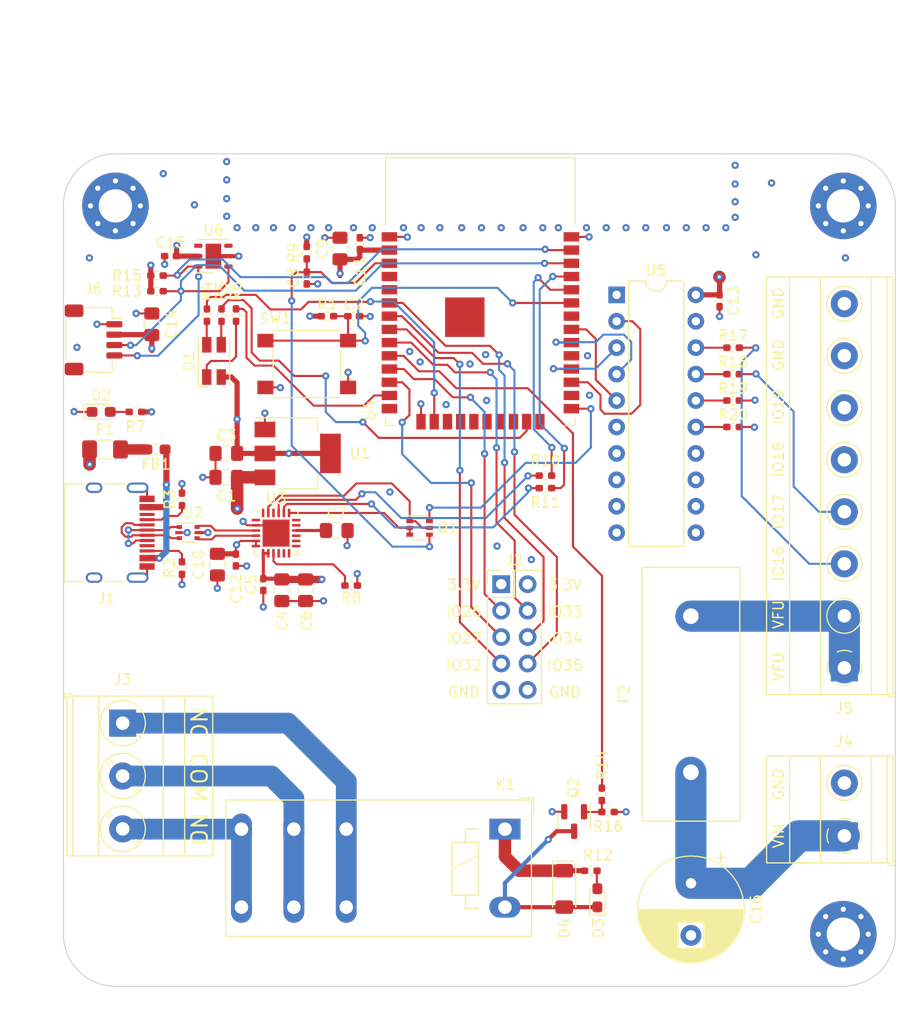
<source format=kicad_pcb>
(kicad_pcb (version 20221018) (generator pcbnew)
  (layers (0 "F.Cu" signal) (1 "In1.Cu" signal) (2 "In2.Cu" signal) (31 "B.Cu" signal) (34 "B.Paste" user) (35 "F.Paste" user) (36 "B.SilkS" user "B.Silkscreen") (37 "F.SilkS" user "F.Silkscreen") (38 "B.Mask" user) (39 "F.Mask" user) (44 "Edge.Cuts" user))
  (net 0 "")
  (net 1 "+5V")
  (net 2 "GND")
  (net 3 "/SW")
  (net 4 "+3.3V")
  (net 5 "Net-(U3-VPP)")
  (net 6 "/EN")
  (net 7 "+3.3VA")
  (net 8 "Net-(J4-Pin_1)")
  (net 9 "Net-(D1-RK)")
  (net 10 "Net-(D1-GK)")
  (net 11 "Net-(D1-BK)")
  (net 12 "Net-(D2-A)")
  (net 13 "Net-(D3-K)")
  (net 14 "Net-(D3-A)")
  (net 15 "Net-(F1-Pad1)")
  (net 16 "Net-(J5-Pin_1)")
  (net 17 "+5VP")
  (net 18 "Net-(J1-CC1)")
  (net 19 "Net-(J1-D+-PadA6)")
  (net 20 "Net-(J1-D--PadA7)")
  (net 22 "Net-(J1-CC2)")
  (net 24 "/GPIO26")
  (net 25 "/GPIO33")
  (net 26 "/GPIO27")
  (net 27 "/GPIO34")
  (net 28 "/GPIO32")
  (net 29 "/GPIO35")
  (net 30 "Net-(J3-Pin_1)")
  (net 31 "Net-(J3-Pin_2)")
  (net 32 "Net-(J3-Pin_3)")
  (net 33 "Net-(J5-Pin_3)")
  (net 34 "Net-(J5-Pin_4)")
  (net 35 "Net-(J5-Pin_5)")
  (net 36 "Net-(J5-Pin_6)")
  (net 37 "/SDA")
  (net 38 "/SCL")
  (net 39 "/DTR")
  (net 40 "/RTS")
  (net 41 "/IO0")
  (net 42 "Net-(Q2-B)")
  (net 43 "/LED_R")
  (net 44 "/LED_G")
  (net 45 "/LED_B")
  (net 46 "Net-(U3-~{RST})")
  (net 47 "Net-(U3-TXD)")
  (net 48 "/RX")
  (net 49 "Net-(U3-RXD)")
  (net 50 "/TX")
  (net 51 "/RELAY")
  (net 52 "Net-(U5-B0)")
  (net 53 "Net-(U5-B1)")
  (net 54 "Net-(U5-B2)")
  (net 55 "Net-(U5-B3)")
  (net 56 "Net-(U3-D+)")
  (net 57 "Net-(U3-D-)")
  (net 80 "/LEDSTR1")
  (net 81 "/LEDSTR2")
  (net 83 "/LEDSTR3")
  (net 84 "/LEDSTR4")
  (footprint "Package_DFN_QFN:DFN-6-1EP_3x3mm_P1mm_EP1.5x2.4mm" (layer "F.Cu") (at 98.419 78.832 180)
    (fp_text reference "U6")
    (fp_text value "Si7021-A20")
  )
  (footprint "Resistor_SMD:R_0402_1005Metric_Pad0.72x0.64mm_HandSolder" (layer "F.Cu") (at 99.2 84.5025 -90)
    (fp_text reference "R5")
    (fp_text value "1K")
  )
  (footprint "Connector_JST:JST_SH_SM04B-SRSS-TB_1x04-1MP_P1.00mm_Horizontal" (layer "F.Cu") (at 86.9 86.876 -90)
    (fp_text reference "J6")
    (fp_text value "Conn_01x04")
  )
  (footprint "Capacitor_SMD:C_0805_2012Metric_Pad1.18x1.45mm_HandSolder" (layer "F.Cu") (at 99.6655 97.79 180)
    (fp_text reference "C3")
    (fp_text value "22u")
  )
  (footprint "Resistor_SMD:R_0402_1005Metric_Pad0.72x0.64mm_HandSolder" (layer "F.Cu") (at 95.4 102.2075 90)
    (fp_text reference "R3")
    (fp_text value "5K1")
  )
  (footprint "Resistor_SMD:R_0402_1005Metric_Pad0.72x0.64mm_HandSolder" (layer "F.Cu") (at 130.3525 99.925)
    (fp_text reference "R10")
    (fp_text value "22R")
  )
  (footprint "Inductor_SMD:L_0603_1608Metric_Pad1.05x0.95mm_HandSolder" (layer "F.Cu") (at 92.9 97.41 180)
    (fp_text reference "FB1")
    (fp_text value "BLM21PG221")
  )
  (footprint "Resistor_SMD:R_0402_1005Metric_Pad0.72x0.64mm_HandSolder" (layer "F.Cu") (at 107.4 78.5 -90)
    (fp_text reference "R9")
    (fp_text value "10K")
  )
  (footprint "Capacitor_SMD:C_0402_1005Metric_Pad0.74x0.62mm_HandSolder" (layer "F.Cu") (at 103.222 110.3955 -90)
    (fp_text reference "C5")
    (fp_text value "100n")
  )
  (footprint "LED_SMD:LED_0603_1608Metric_Pad1.05x0.95mm_HandSolder" (layer "F.Cu") (at 87.625 93.8)
    (fp_text reference "D2")
    (fp_text value "GREEN")
  )
  (footprint "TerminalBlock_Phoenix:TerminalBlock_Phoenix_MKDS-1,5-2-5.08_1x02_P5.08mm_Horizontal" (layer "F.Cu") (at 159.105 134.545 90)
    (fp_text reference "J4")
    (fp_text value "Screw_Terminal_01x02")
  )
  (footprint "MountingHole:MountingHole_3.2mm_M3_Pad_Via" (layer "F.Cu") (at 159 144)
    (fp_text reference "H4" hide)
    (fp_text value "Hole_Pad")
  )
  (footprint "Resistor_SMD:R_0402_1005Metric_Pad0.72x0.64mm_HandSolder" (layer "F.Cu") (at 97.8 84.5 -90)
    (fp_text reference "R4")
    (fp_text value "1K")
  )
  (footprint "00_morten_Library:FUSE_696105003002" (layer "F.Cu") (at 144.34 120.93 90)
    (fp_text reference "F2")
    (fp_text value "Fuse")
  )
  (footprint "Package_TO_SOT_SMD:SOT-223-3_TabPin2" (layer "F.Cu") (at 106.528 97.79)
    (fp_text reference "U1")
    (fp_text value "TLV1117LV-3.3")
  )
  (footprint "Connector_PinHeader_2.54mm:PinHeader_2x05_P2.54mm_Vertical" (layer "F.Cu") (at 126.1 110.36)
    (fp_text reference "J2")
    (fp_text value "Conn_02x05_Odd_Even")
  )
  (footprint "Resistor_SMD:R_0402_1005Metric_Pad0.72x0.64mm_HandSolder" (layer "F.Cu") (at 148.4025 90.17)
    (fp_text reference "R18")
    (fp_text value "22R")
  )
  (footprint "Capacitor_SMD:C_0402_1005Metric_Pad0.74x0.62mm_HandSolder" (layer "F.Cu") (at 147.1 83.1175 -90)
    (fp_text reference "C13")
    (fp_text value "100n")
  )
  (footprint "LED_SMD:LED_RGB_Wuerth-PLCC4_3.2x2.8mm_150141M173100" (layer "F.Cu") (at 98.48 88.9 90)
    (fp_text reference "D1")
    (fp_text value "LED_RGBA")
  )
  (footprint "Package_DFN_QFN:QFN-24-1EP_4x4mm_P0.5mm_EP2.6x2.6mm" (layer "F.Cu") (at 104.45 105.45)
    (fp_text reference "U3")
    (fp_text value "CP2104")
  )
  (footprint "Capacitor_SMD:C_0805_2012Metric_Pad1.18x1.45mm_HandSolder" (layer "F.Cu") (at 105 110.9375 -90)
    (fp_text reference "C4")
    (fp_text value "22u")
  )
  (footprint "MountingHole:MountingHole_3.2mm_M3_Pad_Via" (layer "F.Cu") (at 89 74)
    (fp_text reference "H1" hide)
    (fp_text value "Hole_Pad")
  )
  (footprint "Capacitor_SMD:C_0402_1005Metric_Pad0.74x0.62mm_HandSolder" (layer "F.Cu") (at 107.4 80.9325 -90)
    (fp_text reference "C8")
    (fp_text value "100n")
  )
  (footprint "Capacitor_SMD:C_0805_2012Metric_Pad1.18x1.45mm_HandSolder" (layer "F.Cu") (at 110.6 78.1 90)
    (fp_text reference "C9")
    (fp_text value "22u")
  )
  (footprint "Button_Switch_SMD:SW_Push_1P1T_NO_6x6mm_H9.5mm" (layer "F.Cu") (at 107.4 89.2 180)
    (fp_text reference "SW1")
    (fp_text value "SW_SPST")
  )
  (footprint "Resistor_SMD:R_0402_1005Metric_Pad0.72x0.64mm_HandSolder" (layer "F.Cu") (at 111.6705 110.49 180)
    (fp_text reference "R8")
    (fp_text value "10K")
  )
  (footprint "Relay_THT:Relay_SPDT_Schrack-RT1-16A-FormC_RM5mm" (layer "F.Cu") (at 126.46 133.9 180)
    (fp_text reference "K1")
    (fp_text value "RT314A05")
  )
  (footprint "Capacitor_SMD:C_0402_1005Metric_Pad0.74x0.62mm_HandSolder" (layer "F.Cu") (at 100.584 108.031 -90)
    (fp_text reference "C12")
    (fp_text value "100n")
  )
  (footprint "Capacitor_SMD:C_0402_1005Metric_Pad0.74x0.62mm_HandSolder" (layer "F.Cu") (at 112.5 77.6325 90)
    (fp_text reference "C11")
    (fp_text value "100n")
  )
  (footprint "Capacitor_SMD:C_0805_2012Metric_Pad1.18x1.45mm_HandSolder" (layer "F.Cu") (at 98.806 108.4795 -90)
    (fp_text reference "C10")
    (fp_text value "22u")
  )
  (footprint "Package_TO_SOT_SMD:SOT-666" (layer "F.Cu") (at 96 105.4)
    (fp_text reference "U2")
    (fp_text value "USBLC6-2P6")
  )
  (footprint "Resistor_SMD:R_0402_1005Metric_Pad0.72x0.64mm_HandSolder" (layer "F.Cu") (at 148.4025 95.25)
    (fp_text reference "R20")
    (fp_text value "22R")
  )
  (footprint "Capacitor_SMD:C_0805_2012Metric_Pad1.18x1.45mm_HandSolder" (layer "F.Cu") (at 110.2875 105.2)
    (fp_text reference "C7")
    (fp_text value "4u7")
  )
  (footprint "Resistor_SMD:R_0402_1005Metric_Pad0.72x0.64mm_HandSolder" (layer "F.Cu") (at 130.3525 101.125)
    (fp_text reference "R11")
    (fp_text value "22R")
  )
  (footprint "Resistor_SMD:R_0402_1005Metric_Pad0.72x0.64mm_HandSolder" (layer "F.Cu") (at 136.3725 132.2525)
    (fp_text reference "R16")
    (fp_text value "10K")
  )
  (footprint "Capacitor_SMD:C_0402_1005Metric_Pad0.74x0.62mm_HandSolder" (layer "F.Cu") (at 94.3 78.83 180)
    (fp_text reference "C15")
    (fp_text value "100n")
  )
  (footprint "Capacitor_SMD:C_0402_1005Metric_Pad0.74x0.62mm_HandSolder" (layer "F.Cu") (at 111.9225 84.6)
    (fp_text reference "C2")
    (fp_text value "100n")
  )
  (footprint "MountingHole:MountingHole_3.2mm_M3_Pad_Via" (layer "F.Cu") (at 159 74)
    (fp_text reference "H2" hide)
    (fp_text value "Hole_Pad")
  )
  (footprint "Capacitor_SMD:C_0805_2012Metric_Pad1.18x1.45mm_HandSolder" (layer "F.Cu") (at 107.286 110.9375 -90)
    (fp_text reference "C6")
    (fp_text value "4u7")
  )
  (footprint "Resistor_SMD:R_0402_1005Metric_Pad0.72x0.64mm_HandSolder" (layer "F.Cu") (at 148.4025 87.63)
    (fp_text reference "R17")
    (fp_text value "22R")
  )
  (footprint "Package_TO_SOT_SMD:SOT-23" (layer "F.Cu") (at 133.114 133.166 -90)
    (fp_text reference "Q2")
    (fp_text value "BC817")
  )
  (footprint "Diode_SMD:D_MiniMELF" (layer "F.Cu") (at 132.16 139.6425 -90)
    (fp_text reference "D4")
    (fp_text value "LL4148")
  )
  (footprint "Capacitor_SMD:C_0805_2012Metric_Pad1.18x1.45mm_HandSolder" (layer "F.Cu") (at 92.5 85.376 90)
    (fp_text reference "C14")
    (fp_text value "22u")
  )
  (footprint "TerminalBlock_Phoenix:TerminalBlock_Phoenix_MKDS-3-3-5.08_1x03_P5.08mm_Horizontal" (layer "F.Cu") (at 89.7 123.715 -90)
    (fp_text reference "J3")
    (fp_text value "Screw_Terminal_01x03")
  )
  (footprint "Resistor_SMD:R_0402_1005Metric_Pad0.72x0.64mm_HandSolder" (layer "F.Cu") (at 148.4025 92.71)
    (fp_text reference "R19")
    (fp_text value "22R")
  )
  (footprint "Resistor_SMD:R_0402_1005Metric_Pad0.72x0.64mm_HandSolder" (layer "F.Cu") (at 93 82.2)
    (fp_text reference "R13")
    (fp_text value "4K7")
  )
  (footprint "TerminalBlock_Phoenix:TerminalBlock_Phoenix_MKDS-1,5-8_1x08_P5.00mm_Horizontal" (layer "F.Cu") (at 159.1 118.4 90)
    (fp_text reference "J5")
    (fp_text value "Screw_Terminal_01x08")
  )
  (footprint "Resistor_SMD:R_0402_1005Metric_Pad0.72x0.64mm_HandSolder" (layer "F.Cu") (at 100.6 84.4975 -90)
    (fp_text reference "R6")
    (fp_text value "1K")
  )
  (footprint "Capacitor_SMD:C_0805_2012Metric_Pad1.18x1.45mm_HandSolder" (layer "F.Cu") (at 99.6655 100.09 180)
    (fp_text reference "C1")
    (fp_text value "22u")
  )
  (footprint "Package_TO_SOT_SMD:SOT-363_SC-70-6" (layer "F.Cu") (at 118.25 104.95)
    (fp_text reference "Q1")
    (fp_text value "UMH3N")
  )
  (footprint "Resistor_SMD:R_0402_1005Metric_Pad0.72x0.64mm_HandSolder" (layer "F.Cu") (at 134.7225 137.9)
    (fp_text reference "R12")
    (fp_text value "1K")
  )
  (footprint "RF_Module:ESP32-WROOM-32D" (layer "F.Cu") (at 124.1 85.23)
    (fp_text reference "U4")
    (fp_text value "ESP32-WROOM-32D")
  )
  (footprint "Resistor_SMD:R_0402_1005Metric_Pad0.72x0.64mm_HandSolder" (layer "F.Cu") (at 135.775 130.5525 -90)
    (fp_text reference "R14")
    (fp_text value "1K")
  )
  (footprint "Connector_USB:USB_C_Receptacle_HRO_TYPE-C-31-M-12" (layer "F.Cu") (at 88 105.41 -90)
    (fp_text reference "J1")
    (fp_text value "USB_C_Receptacle_USB2.0")
  )
  (footprint "LED_SMD:LED_0603_1608Metric_Pad1.05x0.95mm_HandSolder" (layer "F.Cu") (at 135.35 140.5 90)
    (fp_text reference "D3")
    (fp_text value "YELLOW")
  )
  (footprint "Resistor_SMD:R_0402_1005Metric_Pad0.72x0.64mm_HandSolder" (layer "F.Cu") (at 109.39 84.6)
    (fp_text reference "R1")
    (fp_text value "10K")
  )
  (footprint "Resistor_SMD:R_0402_1005Metric_Pad0.72x0.64mm_HandSolder" (layer "F.Cu") (at 95.4 108.81 -90)
    (fp_text reference "R2")
    (fp_text value "5K1")
  )
  (footprint "Capacitor_THT:CP_Radial_D10.0mm_P5.00mm" (layer "F.Cu") (at 144.35 139.107323 -90)
    (fp_text reference "C16")
    (fp_text value "1000u/25V")
  )
  (footprint "Resistor_SMD:R_0402_1005Metric_Pad0.72x0.64mm_HandSolder" (layer "F.Cu") (at 93 80.7)
    (fp_text reference "R15")
    (fp_text value "4K7")
  )
  (footprint "MountingHole:MountingHole_3.2mm_M3_DIN965" (layer "F.Cu") (at 89 144)
    (fp_text reference "H3" hide)
    (fp_text value "Hole_Pad")
  )
  (footprint "Fuse:Fuse_1206_3216Metric_Pad1.42x1.75mm_HandSolder" (layer "F.Cu") (at 88 97.41 180)
    (fp_text reference "F1")
    (fp_text value "Polyfuse 1A")
  )
  (footprint "Package_DIP:DIP-20_W7.62mm" (layer "F.Cu") (at 137.2 82.55)
    (fp_text reference "U5")
    (fp_text value "74AHCT245")
  )
  (footprint "Resistor_SMD:R_0402_1005Metric_Pad0.72x0.64mm_HandSolder" (layer "F.Cu") (at 90.925 93.8 180)
    (fp_text reference "R7")
    (fp_text value "1K")
  )
  (gr_line (start 95.66 121.115) (end 98.35 121.115) (stroke (width 0.12)) (layer "F.SilkS"))
  (gr_line (start 98.36 136.475) (end 98.36 121.125) (stroke (width 0.12)) (layer "F.SilkS"))
  (gr_line (start 151.62 120.96) (end 151.62 80.84) (stroke (width 0.12)) (layer "F.SilkS"))
  (gr_line (start 151.62 80.84) (end 153.92 80.84) (stroke (width 0.12)) (layer "F.SilkS"))
  (gr_line (start 98.36 136.475) (end 95.66 136.475) (stroke (width 0.12)) (layer "F.SilkS"))
  (gr_line (start 153.875 120.96) (end 151.625 120.96) (stroke (width 0.12)) (layer "F.SilkS"))
  (gr_line (start 151.625 137.14) (end 151.625 126.86) (stroke (width 0.12)) (layer "F.SilkS"))
  (gr_line (start 153.875 126.86) (end 151.625 126.86) (stroke (width 0.12)) (layer "F.SilkS"))
  (gr_line (start 153.844 137.145) (end 151.63 137.145) (stroke (width 0.12)) (layer "F.SilkS"))
  (gr_line (start 84 74) (end 84 144) (stroke (width 0.1)) (layer "Edge.Cuts"))
  (gr_arc (start 164 144) (mid 162.535534 147.535534) (end 159 149) (stroke (width 0.1)) (layer "Edge.Cuts"))
  (gr_line (start 89 149) (end 159 149) (stroke (width 0.1)) (layer "Edge.Cuts"))
  (gr_line (start 164 144) (end 164 74) (stroke (width 0.1)) (layer "Edge.Cuts"))
  (gr_arc (start 159 69) (mid 162.535533 70.464466) (end 164 74) (stroke (width 0.1)) (layer "Edge.Cuts"))
  (gr_arc (start 89 149) (mid 85.464466 147.535534) (end 84 144) (stroke (width 0.1)) (layer "Edge.Cuts"))
  (gr_line (start 159 69) (end 89 69) (stroke (width 0.1)) (layer "Edge.Cuts"))
  (gr_arc (start 84 74) (mid 85.464466 70.464466) (end 89 69) (stroke (width 0.1)) (layer "Edge.Cuts"))
  (gr_text "IO18" (at 153.35 100.175 90) (layer "F.SilkS") (effects (font (size 1 1)) (justify left bottom)))
  (gr_text "GND" (at 130.595238 121.325) (layer "F.SilkS") (effects (font (size 1 1)) (justify left bottom)))
  (gr_text "3.3V" (at 130.5 111.025) (layer "F.SilkS") (effects (font (size 1 1)) (justify left bottom)))
  (gr_text "GND" (at 153.35 131.225 90) (layer "F.SilkS") (effects (font (size 1 1)) (justify left bottom)))
  (gr_text "IO19" (at 153.35 95.15 90) (layer "F.SilkS") (effects (font (size 1 1)) (justify left bottom)))
  (gr_text "VFU" (at 153.35 119.775 90) (layer "F.SilkS") (effects (font (size 1 1)) (justify left bottom)))
  (gr_text "NO" (at 96.1 132.2 270) (layer "F.SilkS") (effects (font (size 1.5 1.5) (thickness 0.2)) (justify left bottom)))
  (gr_text "GND" (at 120.890476 121.3) (layer "F.SilkS") (effects (font (size 1 1)) (justify left bottom)))
  (gr_text "COM" (at 96.1 126.4 270) (layer "F.SilkS") (effects (font (size 1.5 1.5) (thickness 0.2)) (justify left bottom)))
  (gr_text "IO26" (at 120.7 113.575) (layer "F.SilkS") (effects (font (size 1 1)) (justify left bottom)))
  (gr_text "IO35" (at 130.404762 118.75) (layer "F.SilkS") (effects (font (size 1 1)) (justify left bottom)))
  (gr_text "GND" (at 153.35 84.975 90) (layer "F.SilkS") (effects (font (size 1 1)) (justify left bottom)))
  (gr_text "GND" (at 153.35 89.975 90) (layer "F.SilkS") (effects (font (size 1 1)) (justify left bottom)))
  (gr_text "IO27\n" (at 120.7 116.15) (layer "F.SilkS") (effects (font (size 1 1)) (justify left bottom)))
  (gr_text "IO17" (at 153.35 105.2 90) (layer "F.SilkS") (effects (font (size 1 1)) (justify left bottom)))
  (gr_text "IO34" (at 130.404762 116.175) (layer "F.SilkS") (effects (font (size 1 1)) (justify left bottom)))
  (gr_text "IO33" (at 130.404762 113.6) (layer "F.SilkS") (effects (font (size 1 1)) (justify left bottom)))
  (gr_text "VFU" (at 153.35 114.75 90) (layer "F.SilkS") (effects (font (size 1 1)) (justify left bottom)))
  (gr_text "VIN" (at 153.35 135.825 90) (layer "F.SilkS") (effects (font (size 1 1)) (justify left bottom)))
  (gr_text "IO16" (at 153.35 110.2 90) (layer "F.SilkS") (effects (font (size 1 1)) (justify left bottom)))
  (gr_text "3.3V" (at 120.795238 111) (layer "F.SilkS") (effects (font (size 1 1)) (justify left bottom)))
  (gr_text "NC\n" (at 96.1 122 -90) (layer "F.SilkS") (effects (font (size 1.5 1.5) (thickness 0.2)) (justify left bottom)))
  (gr_text "IO32\n" (at 120.7 118.725) (layer "F.SilkS") (effects (font (size 1 1)) (justify left bottom)))
  (segment (start 132.16 137.8925) (end 127.8175 137.8925) (width 1.2) (layer "F.Cu") (net 1))
  (segment (start 132.16 137.8925) (end 134.1175 137.8925) (width 0.5) (layer "F.Cu") (net 1))
  (segment (start 147.1 82.55) (end 144.82 82.55) (width 0.5) (layer "F.Cu") (net 1))
  (segment (start 107.286 109.9) (end 108.85 109.9) (width 0.7) (layer "F.Cu") (net 1))
  (segment (start 96.925 105.4) (end 97.9 105.4) (width 0.3) (layer "F.Cu") (net 1))
  (segment (start 103.222 107.4095) (end 103.222 109.828) (width 0.3) (layer "F.Cu") (net 1))
  (segment (start 86.5125 98.8375) (end 86.525 98.85) (width 1.2) (layer "F.Cu") (net 1))
  (segment (start 100.703 103.078) (end 100.725 103.1) (width 1.2) (layer "F.Cu") (net 1))
  (segment (start 100.703 100.09) (end 100.703 103.078) (width 1.2) (layer "F.Cu") (net 1))
  (segment (start 107.286 109.9) (end 105 109.9) (width 0.7) (layer "F.Cu") (net 1))
  (segment (start 127.8175 137.8925) (end 126.46 136.535) (width 1.2) (layer "F.Cu") (net 1))
  (segment (start 147.1 80.85) (end 147.075 80.825) (width 1.2) (layer "F.Cu") (net 1))
  (segment (start 103.222 109.828) (end 104.928 109.828) (width 0.4) (layer "F.Cu") (net 1))
  (segment (start 86.5125 97.41) (end 86.5125 98.8375) (width 1.2) (layer "F.Cu") (net 1))
  (segment (start 103.7 107.3875) (end 103.2 107.3875) (width 0.3) (layer "F.Cu") (net 1))
  (segment (start 126.46 136.535) (end 126.46 133.9) (width 1.2) (layer "F.Cu") (net 1))
  (segment (start 100.703 100.09) (end 103.378 100.09) (width 1.2) (layer "F.Cu") (net 1))
  (segment (start 147.1 82.55) (end 147.1 80.85) (width 0.5) (layer "F.Cu") (net 1))
  (via (at 100.725 103.1) (size 0.7) (drill 0.3) (layers "F.Cu" "B.Cu") (net 1))
  (via (at 86.525 98.85) (size 0.7) (drill 0.3) (layers "F.Cu" "B.Cu") (net 1))
  (via (at 108.85 109.9) (size 0.7) (drill 0.3) (layers "F.Cu" "B.Cu") (net 1))
  (via (at 97.9 105.4) (size 0.7) (drill 0.3) (layers "F.Cu" "B.Cu") (net 1))
  (via (at 147.075 80.825) (size 0.7) (drill 0.3) (layers "F.Cu" "B.Cu") (net 1))
  (segment (start 86.75 93.8) (end 85.05 93.8) (width 0.2) (layer "F.Cu") (net 2))
  (segment (start 95.075 105.4) (end 95.9 105.4) (width 0.2) (layer "F.Cu") (net 2))
  (segment (start 134.55 76.975) (end 134.545 76.98) (width 0.2) (layer "F.Cu") (net 2))
  (segment (start 103.222 110.963) (end 103.222 112.278) (width 0.2) (layer "F.Cu") (net 2))
  (segment (start 92.045 101.09) (end 91.13 101.09) (width 0.2) (layer "F.Cu") (net 2))
  (segment (start 111.325 106.6) (end 111.275 106.65) (width 0.2) (layer "F.Cu") (net 2))
  (segment (start 92.5 84.3385) (end 90.9885 84.3385) (width 0.2) (layer "F.Cu") (net 2))
  (segment (start 138.093 132.2525) (end 138.106 132.2395) (width 0.2) (layer "F.Cu") (net 2))
  (segment (start 99.869 78.832) (end 98.419 78.832) (width 0.4) (layer "F.Cu") (net 2))
  (segment (start 132.85 76.98) (end 134.545 76.98) (width 0.2) (layer "F.Cu") (net 2))
  (segment (start 113.475 84.6) (end 113.5 84.625) (width 0.2) (layer "F.Cu") (net 2))
  (segment (start 103.7 104.7) (end 104.45 105.45) (width 0.2) (layer "F.Cu") (net 2))
  (segment (start 103.222 112.282) (end 103.222 112.5495) (width 0.2) (layer "F.Cu") (net 2))
  (segment (start 95.4 109.4075) (end 95.4 110.4) (width 0.2) (layer "F.Cu") (net 2))
  (segment (start 98.628 100.09) (end 98.628 97.79) (width 0.2) (layer "F.Cu") (net 2))
  (segment (start 108.995 111.975) (end 109.01 111.96) (width 0.2) (layer "F.Cu") (net 2))
  (segment (start 107.4 81.5) (end 108.45 81.5) (width 0.2) (layer "F.Cu") (net 2))
  (segment (start 93.7325 78.83) (end 93.7325 79.6125) (width 0.2) (layer "F.Cu") (net 2))
  (segment (start 97.4 100.09) (end 98.628 100.09) (width 0.2) (layer "F.Cu") (net 2))
  (segment (start 110.6 77.0625) (end 109.1375 77.0625) (width 0.2) (layer "F.Cu") (net 2))
  (segment (start 98.806 110.744) (end 98.8 110.75) (width 0.2) (layer "F.Cu") (net 2))
  (segment (start 92.045 108.66) (end 92.045 109.73) (width 0.2) (layer "F.Cu") (net 2))
  (segment (start 103.22 112.28) (end 103.222 112.282) (width 0.2) (layer "F.Cu") (net 2))
  (segment (start 118.39 94.74) (end 118.39 93.04) (width 0.2) (layer "F.Cu") (net 2))
  (segment (start 100.584 108.5985) (end 101.6085 108.5985) (width 0.2) (layer "F.Cu") (net 2))
  (segment (start 101.65 104.7) (end 101.275 104.325) (width 0.2) (layer "F.Cu") (net 2))
  (segment (start 103.425 91.45) (end 104.84 91.45) (width 0.2) (layer "F.Cu") (net 2))
  (segment (start 88.9 85.376) (end 87.226 85.376) (width 0.2) (layer "F.Cu") (net 2))
  (segment (start 111.325 105.2) (end 111.325 106.6) (width 0.2) (layer "F.Cu") (net 2))
  (segment (start 107.286 111.975) (end 108.995 111.975) (width 0.2) (layer "F.Cu") (net 2))
  (segment (start 132.164 132.2285) (end 131.0035 132.2285) (width 0.2) (layer "F.Cu") (net 2))
  (segment (start 105 111.975) (end 107.286 111.975) (width 0.2) (layer "F.Cu") (net 2))
  (segment (start 109.1 77.1) (end 109.1375 77.0625) (width 0.2) (layer "F.Cu") (net 2))
  (segment (start 113.465 77.065) (end 113.5 77.1) (width 0.2) (layer "F.Cu") (net 2))
  (segment (start 131.0035 132.2285) (end 131 132.225) (width 0.2) (layer "F.Cu") (net 2))
  (segment (start 92.045 109.73) (end 91.13 109.73) (width 0.2) (layer "F.Cu") (net 2))
  (segment (start 118.39 93.04) (end 118.375 93.025) (width 0.2) (layer "F.Cu") (net 2))
  (segment (start 117.055 76.98) (end 117.075 77) (width 0.2) (layer "F.Cu") (net 2))
  (segment (start 112.5 77.065) (end 113.465 77.065) (width 0.2) (layer "F.Cu") (net 2))
  (segment (start 92.045 102.16) (end 92.045 101.09) (width 0.2) (layer "F.Cu") (net 2))
  (segment (start 85.05 93.8) (end 85.025 93.775) (width 0.2) (layer "F.Cu") (net 2))
  (segment (start 112.49 84.6) (end 113.475 84.6) (width 0.2) (layer "F.Cu") (net 2))
  (segment (start 103.378 95.49) (end 103.378 93.928) (width 0.2) (layer "F.Cu") (net 2))
  (segment (start 98.806 109.517) (end 98.806 110.744) (width 0.2) (layer "F.Cu") (net 2))
  (segment (start 115.35 76.98) (end 117.055 76.98) (width 0.2) (layer "F.Cu") (net 2))
  (segment (start 102.5125 104.7) (end 103.7 104.7) (width 0.2) (layer "F.Cu") (net 2))
  (segment (start 93.7325 79.6125) (end 93.74 79.62) (width 0.2) (layer "F.Cu") (net 2))
  (segment (start 103.222 112.278) (end 103.22 112.28) (width 0.2) (layer "F.Cu") (net 2))
  (segment (start 101.6085 108.5985) (end 101.62 108.61) (width 0.2) (layer "F.Cu") (net 2))
  (segment (start 95.4 101.61) (end 95.4 100.7) (width 0.2) (layer "F.Cu") (net 2))
  (segment (start 102.5125 104.7) (end 101.65 104.7) (width 0.2) (layer "F.Cu") (net 2))
  (segment (start 136.97 132.2525) (end 138.093 132.2525) (width 0.2) (layer "F.Cu") (net 2))
  (segment (start 147.1 83.685) (end 147.1 84.625) (width 0.2) (layer "F.Cu") (net 2))
  (segment (start 111.375 91.45) (end 111.375 90) (width 0.2) (layer "F.Cu") (net 2))
  (segment (start 104.84 91.45) (end 104.86 91.47) (width 0.2) (layer "F.Cu") (net 2))
  (segment (start 87.226 85.376) (end 87.225 85.375) (width 0.2) (layer "F.Cu") (net 2))
  (segment (start 103.378 93.928) (end 103.37 93.92) (width 0.2) (layer "F.Cu") (net 2))
  (segment (start 100.8595 78.832) (end 99.869 78.832) (width 0.4) (layer "F.Cu") (net 2))
  (segment (start 90.975 84.325) (end 90.9885 84.3385) (width 0.2) (layer "F.Cu") (net 2))
  (via (at 120.2 76.1) (size 0.7) (drill 0.3) (layers "F.Cu" "B.Cu") (net 2))
  (via (at 118.4 76.1) (size 0.7) (drill 0.3) (layers "F.Cu" "B.Cu") (net 2))
  (via (at 142 76.1) (size 0.7) (drill 0.3) (layers "F.Cu" "B.Cu") (net 2))
  (via (at 117.3 88) (size 0.7) (drill 0.3) (layers "F.Cu" "B.Cu") (net 2))
  (via (at 109.1375 77.0625) (size 0.7) (drill 0.3) (layers "F.Cu" "B.Cu") (net 2))
  (via (at 128.2 76.1) (size 0.7) (drill 0.3) (layers "F.Cu" "B.Cu") (net 2))
  (via (at 99.7 75) (size 0.7) (drill 0.3) (layers "F.Cu" "B.Cu") (net 2))
  (via (at 120.8 93.1) (size 0.7) (drill 0.3) (layers "F.Cu" "B.Cu") (net 2))
  (via (at 113.7 76.1) (size 0.7) (drill 0.3) (layers "F.Cu" "B.Cu") (net 2))
  (via (at 115.4 101.5) (size 0.7) (drill 0.3) (layers "F.Cu" "B.Cu") (net 2))
  (via (at 100.8595 78.832) (size 0.7) (drill 0.3) (layers "F.Cu" "B.Cu") (net 2))
  (via (at 124.2 76.1) (size 0.7) (drill 0.3) (layers "F.Cu" "B.Cu") (net 2))
  (via (at 138.106 132.2395) (size 0.7) (drill 0.3) (layers "F.Cu" "B.Cu") (net 2))
  (via (at 130.1 76.1) (size 0.7) (drill 0.3) (layers "F.Cu" "B.Cu") (net 2))
  (via (at 85.3 87.6) (size 0.7) (drill 0.3) (layers "F.Cu" "B.Cu") (net 2))
  (via (at 123.1 89.2) (size 0.7) (drill 0.3) (layers "F.Cu" "B.Cu") (net 2))
  (via (at 150.6 78.7) (size 0.7) (drill 0.3) (layers "F.Cu" "B.Cu") (net 2))
  (via (at 136.2 76.1) (size 0.7) (drill 0.3) (layers "F.Cu" "B.Cu") (net 2))
  (via (at 131 132.225) (size 0.7) (drill 0.3) (layers "F.Cu" "B.Cu") (net 2))
  (via (at 125.7 106.7) (size 0.7) (drill 0.3) (layers "F.Cu" "B.Cu") (net 2))
  (via (at 111.9 76.1) (size 0.7) (drill 0.3) (layers "F.Cu" "B.Cu") (net 2))
  (via (at 106 76.1) (size 0.7) (drill 0.3) (layers "F.Cu" "B.Cu") (net 2))
  (via (at 140 76.1) (size 0.7) (drill 0.3) (layers "F.Cu" "B.Cu") (net 2))
  (via (at 147.1 84.625) (size 0.7) (drill 0.3) (layers "F.Cu" "B.Cu") (net 2))
  (via (at 143.9 76.1) (size 0.7) (drill 0.3) (layers "F.Cu" "B.Cu") (net 2))
  (via (at 129 108) (size 0.7) (drill 0.3) (layers "F.Cu" "B.Cu") (net 2))
  (via (at 107.8 76.1) (size 0.7) (drill 0.3) (layers "F.Cu" "B.Cu") (net 2))
  (via (at 102.5 76.1) (size 0.7) (drill 0.3) (layers "F.Cu" "B.Cu") (net 2))
  (via (at 100.7 76.1) (size 0.7) (drill 0.3) (layers "F.Cu" "B.Cu") (net 2))
  (via (at 118.3 89) (size 0.7) (drill 0.3) (layers "F.Cu" "B.Cu") (net 2))
  (via (at 98.8 110.75) (size 0.7) (drill 0.3) (layers "F.Cu" "B.Cu") (net 2))
  (via (at 85.025 93.775) (size 0.7) (drill 0.3) (layers "F.Cu" "B.Cu") (net 2))
  (via (at 95.9 105.4) (size 0.7) (drill 0.3) (layers "F.Cu" "B.Cu") (net 2))
  (via (at 134.3 76.1) (size 0.7) (drill 0.3) (layers "F.Cu" "B.Cu") (net 2))
  (via (at 93.74 79.62) (size 0.7) (drill 0.3) (layers "F.Cu" "B.Cu") (net 2))
  (via (at 134.545 76.98) (size 0.7) (drill 0.3) (layers "F.Cu" "B.Cu") (net 2))
  (via (at 99.7 69.75) (size 0.7) (drill 0.3) (layers "F.Cu" "B.Cu") (net 2))
  (via (at 103.37 93.92) (size 0.7) (drill 0.3) (layers "F.Cu" "B.Cu") (net 2))
  (via (at 87.225 85.375) (size 0.7) (drill 0.3) (layers "F.Cu" "B.Cu") (net 2))
  (via (at 124.7 92.7) (size 0.7) (drill 0.3) (layers "F.Cu" "B.Cu") (net 2))
  (via (at 95.4 100.7) (size 0.7) (drill 0.3) (layers "F.Cu" "B.Cu") (net 2))
  (via (at 108.45 81.5) (size 0.7) (drill 0.3) (layers "F.Cu" "B.Cu") (net 2))
  (via (at 95.4 110.4) (size 0.7) (drill 0.3) (layers "F.Cu" "B.Cu") (net 2))
  (via (at 86.5 79) (size 0.7) (drill 0.3) (layers "F.Cu" "B.Cu") (net 2))
  (via (at 131.6 76.1) (size 0.7) (drill 0.3) (layers "F.Cu" "B.Cu") (net 2))
  (via (at 134.6 92.2) (size 0.7) (drill 0.3) (layers "F.Cu" "B.Cu") (net 2))
  (via (at 117.075 77) (size 0.7) (drill 0.3) (layers "F.Cu" "B.Cu") (net 2))
  (via (at 145.8 76.1) (size 0.7) (drill 0.3) (layers "F.Cu" "B.Cu") (net 2))
  (via (at 104.2 76.1) (size 0.7) (drill 0.3) (layers "F.Cu" "B.Cu") (net 2))
  (via (at 116.7 76.1) (size 0.7) (drill 0.3) (layers "F.Cu" "B.Cu") (net 2))
  (via (at 124.6 88.3) (size 0.7) (drill 0.3) (layers "F.Cu" "B.Cu") (net 2))
  (via (at 152.1 71.8) (size 0.7) (drill 0.3) (layers "F.Cu" "B.Cu") (net 2))
  (via (at 122.3 76.1) (size 0.7) (drill 0.3) (layers "F.Cu" "B.Cu") (net 2))
  (via (at 126.1 76.1) (size 0.7) (drill 0.3) (layers "F.Cu" "B.Cu") (net 2))
  (via (at 147.7 76.1) (size 0.7) (drill 0.3) (layers "F.Cu" "B.Cu") (net 2))
  (via (at 101.62 108.61) (size 0.7) (drill 0.3) (layers "F.Cu" "B.Cu") (net 2))
  (via (at 134.4 88.4) (size 0.7) (drill 0.3) (layers "F.Cu" "B.Cu") (net 2))
  (via (at 111.375 90) (size 0.7) (drill 0.3) (layers "F.Cu" "B.Cu") (net 2))
  (via (at 99.7 73.3) (size 0.7) (drill 0.3) (layers "F.Cu" "B.Cu") (net 2))
  (via (at 148.6 73.6) (size 0.7) (drill 0.3) (layers "F.Cu" "B.Cu") (net 2))
  (via (at 93.6 70.9) (size 0.7) (drill 0.3) (layers "F.Cu" "B.Cu") (net 2))
  (via (at 113.5 77.05) (size 0.7) (drill 0.3) (layers "F.Cu" "B.Cu") (net 2))
  (via (at 90.9885 84.3385) (size 0.7) (drill 0.3) (layers "F.Cu" "B.Cu") (net 2))
  (via (at 118.375 93.025) (size 0.7) (drill 0.3) (layers "F.Cu" "B.Cu") (net 2))
  (via (at 101.275 104.325) (size 0.7) (drill 0.3) (layers "F.Cu" "B.Cu") (net 2))
  (via (at 109.01 111.96) (size 0.7) (drill 0.3) (layers "F.Cu" "B.Cu") (net 2))
  (via (at 148.6 71.9) (size 0.7) (drill 0.3) (layers "F.Cu" "B.Cu") (net 2))
  (via (at 96.6 73.9) (size 0.7) (drill 0.3) (layers "F.Cu" "B.Cu") (net 2))
  (via (at 138.1 76.1) (size 0.7) (drill 0.3) (layers "F.Cu" "B.Cu") (net 2))
  (via (at 113.5 84.625) (size 0.7) (drill 0.3) (layers "F.Cu" "B.Cu") (net 2))
  (via (at 148.6 75.1) (size 0.7) (drill 0.3) (layers "F.Cu" "B.Cu") (net 2))
  (via (at 99.7 71.5) (size 0.7) (drill 0.3) (layers "F.Cu" "B.Cu") (net 2))
  (via (at 159.2 79) (size 0.7) (drill 0.3) (layers "F.Cu" "B.Cu") (net 2))
  (via (at 97.4 100.09) (size 0.7) (drill 0.3) (layers "F.Cu" "B.Cu") (net 2))
  (via (at 148.6 70.1) (size 0.7) (drill 0.3) (layers "F.Cu" "B.Cu") (net 2))
  (via (at 104.86 91.47) (size 0.7) (drill 0.3) (layers "F.Cu" "B.Cu") (net 2))
  (via (at 111.275 106.65) (size 0.7) (drill 0.3) (layers "F.Cu" "B.Cu") (net 2))
  (via (at 103.222 112.5495) (size 0.7) (drill 0.3) (layers "F.Cu" "B.Cu") (net 2))
  (via (at 109.5 76.1) (size 0.7) (drill 0.3) (layers "F.Cu" "B.Cu") (net 2))
  (segment (start 111.355 84.6) (end 111.375 84.62) (width 0.2) (layer "F.Cu") (net 3))
  (segment (start 111.375 84.62) (end 111.375 86.95) (width 0.2) (layer "F.Cu") (net 3))
  (segment (start 111.375 86.95) (end 113 86.95) (width 0.2) (layer "F.Cu") (net 3))
  (segment (start 113 86.95) (end 113.025 86.975) (width 0.2) (layer "F.Cu") (net 3))
  (segment (start 109.9875 84.6) (end 111.355 84.6) (width 0.2) (layer "F.Cu") (net 3))
  (segment (start 127.205 83.33) (end 132.85 83.33) (width 0.2) (layer "F.Cu") (net 3))
  (segment (start 127.2 83.325) (end 127.205 83.33) (width 0.2) (layer "F.Cu") (net 3))
  (segment (start 103.425 86.95) (end 111.375 86.95) (width 0.2) (layer "F.Cu") (net 3))
  (via (at 113.025 86.975) (size 0.7) (drill 0.3) (layers "F.Cu" "B.Cu") (net 3))
  (via (at 127.2 83.325) (size 0.7) (drill 0.3) (layers "F.Cu" "B.Cu") (net 3))
  (segment (start 113.025 86.2) (end 113.025 86.975) (width 0.2) (layer "B.Cu") (net 3))
  (segment (start 112.35 85.525) (end 113.025 86.2) (width 0.2) (layer "B.Cu") (net 3))
  (segment (start 113.675 81.875) (end 112.35 83.2) (width 0.2) (layer "B.Cu") (net 3))
  (segment (start 112.35 83.2) (end 112.35 85.525) (width 0.2) (layer "B.Cu") (net 3))
  (segment (start 127.2 83.325) (end 125.75 81.875) (width 0.2) (layer "B.Cu") (net 3))
  (segment (start 125.75 81.875) (end 113.675 81.875) (width 0.2) (layer "B.Cu") (net 3))
  (segment (start 100.7 91) (end 100.7 94.5) (width 0.5) (layer "F.Cu") (net 4))
  (segment (start 109.678 97.79) (end 105.675 97.79) (width 0.5) (layer "F.Cu") (net 4))
  (segment (start 92.4625 86.376) (end 92.5 86.4135) (width 0.2) (layer "F.Cu") (net 4))
  (segment (start 92.4025 80.7) (end 92.4 79.7) (width 0.5) (layer "F.Cu") (net 4))
  (segment (start 100.7 94.5) (end 100.703 94.503) (width 0.2) (layer "F.Cu") (net 4))
  (segment (start 88.9 86.376) (end 92.4625 86.376) (width 0.5) (layer "F.Cu") (net 4))
  (segment (start 100.703 97.79) (end 103.378 97.79) (width 0.5) (layer "F.Cu") (net 4))
  (segment (start 94.8675 78.83) (end 94.9 77.8) (width 0.5) (layer "F.Cu") (net 4))
  (segment (start 110.6 79.1375) (end 110.6 80.7) (width 0.5) (layer "F.Cu") (net 4))
  (segment (start 99.18 90.45) (end 100.15 90.45) (width 0.5) (layer "F.Cu") (net 4))
  (segment (start 94.8675 78.83) (end 96.967 78.83) (width 0.5) (layer "F.Cu") (net 4))
  (segment (start 94.9 77.8) (end 94.8675 77.8325) (width 0.2) (layer "F.Cu") (net 4))
  (segment (start 92.4 79.7) (end 92.4025 79.7025) (width 0.2) (layer "F.Cu") (net 4))
  (segment (start 112.2625 79.1375) (end 112.5 78.9) (width 0.5) (layer "F.Cu") (net 4))
  (segment (start 112.5 78.9) (end 112.5 78.2) (width 0.5) (layer "F.Cu") (net 4))
  (segment (start 91.5225 93.8) (end 92.475 93.8) (width 0.5) (layer "F.Cu") (net 4))
  (segment (start 103.378 97.79) (end 105.675 97.79) (width 0.5) (layer "F.Cu") (net 4))
  (segment (start 92.5 86.4135) (end 92.5 87.9) (width 0.5) (layer "F.Cu") (net 4))
  (segment (start 112.5 78.2) (end 112.55 78.25) (width 0.2) (layer "F.Cu") (net 4))
  (segment (start 110.6 79.1375) (end 112.2625 79.1375) (width 0.5) (layer "F.Cu") (net 4))
  (segment (start 96.967 78.83) (end 96.969 78.832) (width 0.2) (layer "F.Cu") (net 4))
  (segment (start 100.703 97.79) (end 100.703 94.503) (width 0.5) (layer "F.Cu") (net 4))
  (segment (start 100.15 90.45) (end 100.7 91) (width 0.5) (layer "F.Cu") (net 4))
  (segment (start 108.7925 84.6) (end 107.7 84.6) (width 0.5) (layer "F.Cu") (net 4))
  (segment (start 112.55 78.25) (end 115.35 78.25) (width 0.5) (layer "F.Cu") (net 4))
  (segment (start 107.4 77.9025) (end 107.4 77) (width 0.5) (layer "F.Cu") (net 4))
  (segment (start 92.4025 82.2) (end 92.4025 80.7) (width 0.5) (layer "F.Cu") (net 4))
  (via (at 105.675 97.79) (size 0.7) (drill 0.3) (layers "F.Cu" "B.Cu") (net 4))
  (via (at 110.6 80.5) (size 0.7) (drill 0.3) (layers "F.Cu" "B.Cu") (net 4))
  (via (at 92.475 93.8) (size 0.7) (drill 0.3) (layers "F.Cu" "B.Cu") (net 4))
  (via (at 92.5 87.7) (size 0.7) (drill 0.3) (layers "F.Cu" "B.Cu") (net 4))
  (via (at 107.4 77) (size 0.7) (drill 0.3) (layers "F.Cu" "B.Cu") (net 4))
  (via (at 100.703 94.503) (size 0.7) (drill 0.3) (layers "F.Cu" "B.Cu") (net 4))
  (via (at 92.4 79.7) (size 0.7) (drill 0.3) (layers "F.Cu" "B.Cu") (net 4))
  (via (at 94.9 77.8) (size 0.7) (drill 0.3) (layers "F.Cu" "B.Cu") (net 4))
  (via (at 107.7 84.6) (size 0.7) (drill 0.3) (layers "F.Cu" "B.Cu") (net 4))
  (segment (start 106.3875 105.2) (end 109.25 105.2) (width 0.3) (layer "F.Cu") (net 5))
  (segment (start 107.39 80.375) (end 106.4 80.375) (width 0.2) (layer "F.Cu") (net 6))
  (segment (start 107.4 80.365) (end 107.39 80.375) (width 0.2) (layer "F.Cu") (net 6))
  (segment (start 112.1 81.4) (end 109.8 81.4) (width 0.2) (layer "F.Cu") (net 6))
  (segment (start 113.98 79.52) (end 112.1 81.4) (width 0.2) (layer "F.Cu") (net 6))
  (segment (start 119.2 105.6) (end 119.2 106.75) (width 0.2) (layer "F.Cu") (net 6))
  (segment (start 115.35 79.52) (end 113.98 79.52) (width 0.2) (layer "F.Cu") (net 6))
  (segment (start 109.8 81.4) (end 108.765 80.365) (width 0.2) (layer "F.Cu") (net 6))
  (segment (start 108.765 80.365) (end 107.4 80.365) (width 0.2) (layer "F.Cu") (net 6))
  (segment (start 105.95 80.825) (end 105.95 83.125) (width 0.2) (layer "F.Cu") (net 6))
  (segment (start 107.4 80.365) (end 107.4 79.0975) (width 0.2) (layer "F.Cu") (net 6))
  (segment (start 106.4 80.375) (end 105.95 80.825) (width 0.2) (layer "F.Cu") (net 6))
  (via (at 105.95 83.125) (size 0.7) (drill 0.3) (layers "F.Cu" "B.Cu") (net 6))
  (via (at 119.2 106.75) (size 0.7) (drill 0.3) (layers "F.Cu" "B.Cu") (net 6))
  (segment (start 119.2 106.75) (end 115.65 106.75) (width 0.2) (layer "B.Cu") (net 6))
  (segment (start 105.95 97.05) (end 105.95 83.125) (width 0.2) (layer "B.Cu") (net 6))
  (segment (start 115.65 106.75) (end 105.95 97.05) (width 0.2) (layer "B.Cu") (net 6))
  (segment (start 102.5125 106.7) (end 102.5125 106.2) (width 0.2) (layer "F.Cu") (net 7))
  (segment (start 112.268 110.49) (end 112.268 109.368) (width 0.2) (layer "F.Cu") (net 7))
  (segment (start 100.584 106.641) (end 100.65 106.575) (width 0.2) (layer "F.Cu") (net 7))
  (segment (start 112.268 109.368) (end 112.25 109.35) (width 0.2) (layer "F.Cu") (net 7))
  (segment (start 100.65 106.575) (end 101.025 106.2) (width 0.2) (layer "F.Cu") (net 7))
  (segment (start 98.806 107.442) (end 100.5625 107.442) (width 0.5) (layer "F.Cu") (net 7))
  (segment (start 100.584 107.4635) (end 100.584 106.641) (width 0.2) (layer "F.Cu") (net 7))
  (segment (start 100.5625 107.442) (end 100.584 107.4635) (width 0.2) (layer "F.Cu") (net 7))
  (segment (start 101.025 106.2) (end 102.5125 106.2) (width 0.2) (layer "F.Cu") (net 7))
  (via (at 112.25 109.35) (size 0.7) (drill 0.3) (layers "F.Cu" "B.Cu") (net 7))
  (via (at 100.65 106.575) (size 0.7) (drill 0.3) (layers "F.Cu" "B.Cu") (net 7))
  (segment (start 144.35 139.107323) (end 150.142677 139.107323) (width 3) (layer "B.Cu") (net 8))
  (segment (start 154.705 134.545) (end 159.105 134.545) (width 3) (layer "B.Cu") (net 8))
  (segment (start 144.34 128.43) (end 144.34 138.972323) (width 3) (layer "B.Cu") (net 8))
  (segment (start 150.142677 139.107323) (end 154.705 134.545) (width 3) (layer "B.Cu") (net 8))
  (segment (start 144.34 138.972323) (end 144.5 139.132323) (width 0.2) (layer "B.Cu") (net 8))
  (segment (start 97.8 85.0975) (end 97.78 85.1175) (width 0.2) (layer "F.Cu") (net 9))
  (segment (start 97.78 85.1175) (end 97.78 87.35) (width 0.2) (layer "F.Cu") (net 9))
  (segment (start 99.18 85.12) (end 99.18 87.35) (width 0.2) (layer "F.Cu") (net 10))
  (segment (start 99.2 85.1) (end 99.18 85.12) (width 0.2) (layer "F.Cu") (net 10))
  (segment (start 100.6 88.5) (end 100.2 88.9) (width 0.2) (layer "F.Cu") (net 11))
  (segment (start 98.2 88.9) (end 97.78 89.32) (width 0.2) (layer "F.Cu") (net 11))
  (segment (start 100.6 85.095) (end 100.6 88.5) (width 0.2) (layer "F.Cu") (net 11))
  (segment (start 97.78 89.32) (end 97.78 90.45) (width 0.2) (layer "F.Cu") (net 11))
  (segment (start 100.2 88.9) (end 98.2 88.9) (width 0.2) (layer "F.Cu") (net 11))
  (segment (start 90.3275 93.8) (end 88.5 93.8) (width 0.2) (layer "F.Cu") (net 12))
  (segment (start 132.16 141.3925) (end 132.1525 141.4) (width 0.2) (layer "F.Cu") (net 13))
  (segment (start 131.425 134.1) (end 130.65 134.875) (width 0.4) (layer "F.Cu") (net 13))
  (segment (start 133.114 134.1035) (end 133.1105 134.1) (width 0.2) (layer "F.Cu") (net 13))
  (segment (start 135.3325 141.3925) (end 135.35 141.375) (width 0.2) (layer "F.Cu") (net 13))
  (segment (start 133.1105 134.1) (end 131.425 134.1) (width 0.4) (layer "F.Cu") (net 13))
  (segment (start 132.1525 141.4) (end 126.46 141.4) (width 0.4) (layer "F.Cu") (net 13))
  (segment (start 130.65 134.875) (end 130.625 134.9) (width 0.2) (layer "F.Cu") (net 13))
  (segment (start 132.16 141.3925) (end 135.3325 141.3925) (width 0.4) (layer "F.Cu") (net 13))
  (via (at 130.625 134.9) (size 0.7) (drill 0.3) (layers "F.Cu" "B.Cu") (net 13))
  (segment (start 130.625 134.9) (end 126.46 139.065) (width 0.4) (layer "B.Cu") (net 13))
  (segment (start 126.46 139.065) (end 126.46 141.4) (width 0.4) (layer "B.Cu") (net 13))
  (segment (start 135.3 139.56375) (end 135.3 137.93625) (width 0.2) (layer "F.Cu") (net 14))
  (segment (start 89.4875 97.41) (end 92.025 97.41) (width 1) (layer "F.Cu") (net 15))
  (segment (start 159.07 113.43) (end 159.1 113.4) (width 0.2) (layer "B.Cu") (net 16))
  (segment (start 144.34 113.43) (end 159.07 113.43) (width 3) (layer "B.Cu") (net 16))
  (segment (start 159.1 118.4) (end 159.1 113.4) (width 3) (layer "B.Cu") (net 16))
  (segment (start 93.9 100.8) (end 93.9 97.535) (width 0.6) (layer "F.Cu") (net 17))
  (segment (start 93.9 97.535) (end 93.775 97.41) (width 0.2) (layer "F.Cu") (net 17))
  (segment (start 92.045 102.96) (end 93.74 102.96) (width 0.6) (layer "F.Cu") (net 17))
  (segment (start 93.225 107.86) (end 92.045 107.86) (width 0.6) (layer "F.Cu") (net 17))
  (segment (start 93.9 102.8) (end 93.9 100.8) (width 0.6) (layer "F.Cu") (net 17))
  (segment (start 93.74 102.96) (end 93.9 102.8) (width 0.6) (layer "F.Cu") (net 17))
  (via (at 93.225 107.86) (size 0.7) (drill 0.3) (layers "F.Cu" "B.Cu") (net 17))
  (via (at 93.9 100.8) (size 0.7) (drill 0.3) (layers "F.Cu" "B.Cu") (net 17))
  (segment (start 93.9 100.85) (end 93.925 100.825) (width 0.6) (layer "B.Cu") (net 17))
  (segment (start 93.225 107.86) (end 93.9 107.185) (width 0.6) (layer "B.Cu") (net 17))
  (segment (start 93.9 107.185) (end 93.9 100.85) (width 0.6) (layer "B.Cu") (net 17))
  (segment (start 93.925 100.825) (end 93.9 100.8) (width 0.2) (layer "B.Cu") (net 17))
  (segment (start 95.4 103.4) (end 95.4 102.805) (width 0.2) (layer "F.Cu") (net 18))
  (segment (start 92.045 104.16) (end 93.44 104.16) (width 0.2) (layer "F.Cu") (net 18))
  (segment (start 95 103.8) (end 95.4 103.4) (width 0.2) (layer "F.Cu") (net 18))
  (segment (start 93.8 103.8) (end 95 103.8) (width 0.2) (layer "F.Cu") (net 18))
  (segment (start 93.44 104.16) (end 93.8 103.8) (width 0.2) (layer "F.Cu") (net 18))
  (segment (start 90.125 105.15) (end 90.1 105.175) (width 0.2) (layer "F.Cu") (net 19))
  (segment (start 90.26 105.16) (end 90.25 105.15) (width 0.2) (layer "F.Cu") (net 19))
  (segment (start 94.3375 104.8625) (end 95.15 104.8625) (width 0.2) (layer "F.Cu") (net 19))
  (segment (start 90.25 106.4495) (end 90.7005 106.4495) (width 0.2) (layer "F.Cu") (net 19))
  (segment (start 92.045 105.16) (end 94.04 105.16) (width 0.2) (layer "F.Cu") (net 19))
  (segment (start 92.045 105.16) (end 90.26 105.16) (width 0.2) (layer "F.Cu") (net 19))
  (segment (start 94.04 105.16) (end 94.3375 104.8625) (width 0.2) (layer "F.Cu") (net 19))
  (segment (start 90.99 106.16) (end 92.045 106.16) (width 0.2) (layer "F.Cu") (net 19))
  (segment (start 90.125 105.15) (end 90.25 105.15) (width 0.2) (layer "F.Cu") (net 19))
  (segment (start 90.7005 106.4495) (end 90.99 106.16) (width 0.2) (layer "F.Cu") (net 19))
  (via (at 90.25 106.4495) (size 0.7) (drill 0.3) (layers "F.Cu" "B.Cu") (net 19))
  (via (at 90.25 105.15) (size 0.7) (drill 0.3) (layers "F.Cu" "B.Cu") (net 19))
  (segment (start 90.25 105.15) (end 90.25 106.4495) (width 0.2) (layer "B.Cu") (net 19))
  (segment (start 89.980761 105.8) (end 90.519239 105.8) (width 0.2) (layer "F.Cu") (net 20))
  (segment (start 94.3375 105.9375) (end 95.15 105.9375) (width 0.2) (layer "F.Cu") (net 20))
  (segment (start 94.06 105.66) (end 94.3375 105.9375) (width 0.2) (layer "F.Cu") (net 20))
  (segment (start 90.785 104.66) (end 90.625 104.5) (width 0.2) (layer "F.Cu") (net 20))
  (segment (start 92.045 104.66) (end 90.785 104.66) (width 0.2) (layer "F.Cu") (net 20))
  (segment (start 92.045 105.66) (end 94.06 105.66) (width 0.2) (layer "F.Cu") (net 20))
  (segment (start 90.519239 105.8) (end 90.659239 105.66) (width 0.2) (layer "F.Cu") (net 20))
  (segment (start 89.6 105.419239) (end 89.980761 105.8) (width 0.2) (layer "F.Cu") (net 20))
  (segment (start 89.6 104.880761) (end 89.6 105.419239) (width 0.2) (layer "F.Cu") (net 20))
  (segment (start 90.625 104.5) (end 89.980761 104.5) (width 0.2) (layer "F.Cu") (net 20))
  (segment (start 90.659239 105.66) (end 92.045 105.66) (width 0.2) (layer "F.Cu") (net 20))
  (segment (start 89.980761 104.5) (end 89.6 104.880761) (width 0.2) (layer "F.Cu") (net 20))
  (segment (start 95.085 107.16) (end 95.4 107.475) (width 0.2) (layer "F.Cu") (net 22))
  (segment (start 92.045 107.16) (end 95.085 107.16) (width 0.2) (layer "F.Cu") (net 22))
  (segment (start 95.4 107.475) (end 95.4 108.2125) (width 0.2) (layer "F.Cu") (net 22))
  (segment (start 124.5 97.825) (end 124.5 111.3) (width 0.2) (layer "F.Cu") (net 24))
  (segment (start 124.45 97.775) (end 124.5 97.825) (width 0.2) (layer "F.Cu") (net 24))
  (segment (start 119.7 90.65) (end 117.7 90.65) (width 0.2) (layer "F.Cu") (net 24))
  (segment (start 117.7 90.65) (end 116.73 89.68) (width 0.2) (layer "F.Cu") (net 24))
  (segment (start 121.45 92.4) (end 119.7 90.65) (width 0.2) (layer "F.Cu") (net 24))
  (segment (start 124.5 111.3) (end 126.1 112.9) (width 0.2) (layer "F.Cu") (net 24))
  (segment (start 116.73 89.68) (end 115.35 89.68) (width 0.2) (layer "F.Cu") (net 24))
  (segment (start 123.15 92.4) (end 121.45 92.4) (width 0.2) (layer "F.Cu") (net 24))
  (via (at 124.5 97.825) (size 0.7) (drill 0.3) (layers "F.Cu" "B.Cu") (net 24))
  (via (at 123.15 92.4) (size 0.7) (drill 0.3) (layers "F.Cu" "B.Cu") (net 24))
  (segment (start 123.15 92.45) (end 124.5 93.8) (width 0.2) (layer "B.Cu") (net 24))
  (segment (start 123.15 92.4) (end 123.15 92.45) (width 0.2) (layer "B.Cu") (net 24))
  (segment (start 124.5 93.8) (end 124.5 97.825) (width 0.2) (layer "B.Cu") (net 24))
  (segment (start 128.64 112.9) (end 127.4 111.66) (width 0.2) (layer "F.Cu") (net 25))
  (segment (start 121.65 90) (end 125.05 90) (width 0.2) (layer "F.Cu") (net 25))
  (segment (start 120.925 89.275) (end 121.65 90) (width 0.2) (layer "F.Cu") (net 25))
  (segment (start 119.575 89.275) (end 120.925 89.275) (width 0.2) (layer "F.Cu") (net 25))
  (segment (start 127.4 106.175) (end 125.65 104.425) (width 0.2) (layer "F.Cu") (net 25))
  (segment (start 127.4 111.66) (end 127.4 106.175) (width 0.2) (layer "F.Cu") (net 25))
  (segment (start 125.65 104.425) (end 125.65 97.25) (width 0.2) (layer "F.Cu") (net 25))
  (segment (start 117.44 87.14) (end 119.575 89.275) (width 0.2) (layer "F.Cu") (net 25))
  (segment (start 115.35 87.14) (end 117.44 87.14) (width 0.2) (layer "F.Cu") (net 25))
  (via (at 125.65 97.25) (size 0.7) (drill 0.3) (layers "F.Cu" "B.Cu") (net 25))
  (via (at 125.05 90) (size 0.7) (drill 0.3) (layers "F.Cu" "B.Cu") (net 25))
  (segment (start 125.65 90.675) (end 125.2 90.225) (width 0.2) (layer "B.Cu") (net 25))
  (segment (start 125.65 97.25) (end 125.65 90.675) (width 0.2) (layer "B.Cu") (net 25))
  (segment (start 123.225 112.565) (end 123.225 100.625) (width 0.2) (layer "F.Cu") (net 26))
  (segment (start 116.575 90.95) (end 115.35 90.95) (width 0.2) (layer "F.Cu") (net 26))
  (segment (start 117.275 94.1) (end 117.275 91.65) (width 0.2) (layer "F.Cu") (net 26))
  (segment (start 116.575 94.8) (end 117.275 94.1) (width 0.2) (layer "F.Cu") (net 26))
  (segment (start 117.275 91.65) (end 116.575 90.95) (width 0.2) (layer "F.Cu") (net 26))
  (segment (start 116.575 95.025) (end 116.575 94.8) (width 0.2) (layer "F.Cu") (net 26))
  (segment (start 126.1 115.44) (end 123.225 112.565) (width 0.2) (layer "F.Cu") (net 26))
  (via (at 116.575 94.8) (size 0.7) (drill 0.3) (layers "F.Cu" "B.Cu") (net 26))
  (via (at 123.225 100.625) (size 0.7) (drill 0.3) (layers "F.Cu" "B.Cu") (net 26))
  (segment (start 119.35 100.625) (end 123.225 100.625) (width 0.2) (layer "B.Cu") (net 26))
  (segment (start 116.575 94.8) (end 116.575 97.85) (width 0.2) (layer "B.Cu") (net 26))
  (segment (start 116.575 97.85) (end 119.35 100.625) (width 0.2) (layer "B.Cu") (net 26))
  (segment (start 130.175 107.75) (end 126.425 104) (width 0.2) (layer "F.Cu") (net 27))
  (segment (start 115.35 83.33) (end 116.63 83.33) (width 0.2) (layer "F.Cu") (net 27))
  (segment (start 130.175 113.905) (end 130.175 107.75) (width 0.2) (layer "F.Cu") (net 27))
  (segment (start 125.025 87.45) (end 125.9 88.325) (width 0.2) (layer "F.Cu") (net 27))
  (segment (start 116.63 83.33) (end 120.75 87.45) (width 0.2) (layer "F.Cu") (net 27))
  (segment (start 128.64 115.44) (end 130.175 113.905) (width 0.2) (layer "F.Cu") (net 27))
  (segment (start 126.425 104) (end 126.425 98.675) (width 0.2) (layer "F.Cu") (net 27))
  (segment (start 120.75 87.45) (end 125.025 87.45) (width 0.2) (layer "F.Cu") (net 27))
  (via (at 126.425 98.675) (size 0.7) (drill 0.3) (layers "F.Cu" "B.Cu") (net 27))
  (via (at 125.9 88.325) (size 0.7) (drill 0.3) (layers "F.Cu" "B.Cu") (net 27))
  (segment (start 125.9 89.775) (end 125.9 88.325) (width 0.2) (layer "B.Cu") (net 27))
  (segment (start 126.425 98.675) (end 126.425 90.3) (width 0.2) (layer "B.Cu") (net 27))
  (segment (start 126.425 90.3) (end 125.9 89.775) (width 0.2) (layer "B.Cu") (net 27))
  (segment (start 122.125 99.45) (end 122.125 99.425) (width 0.2) (layer "F.Cu") (net 28))
  (segment (start 121.525 88.625) (end 122.125 89.225) (width 0.2) (layer "F.Cu") (net 28))
  (segment (start 116.995 85.87) (end 119.75 88.625) (width 0.2) (layer "F.Cu") (net 28))
  (segment (start 119.75 88.625) (end 121.525 88.625) (width 0.2) (layer "F.Cu") (net 28))
  (segment (start 122.125 114.005) (end 122.125 99.45) (width 0.2) (layer "F.Cu") (net 28))
  (segment (start 115.35 85.87) (end 116.995 85.87) (width 0.2) (layer "F.Cu") (net 28))
  (segment (start 126.1 117.98) (end 122.125 114.005) (width 0.2) (layer "F.Cu") (net 28))
  (via (at 122.125 89.225) (size 0.7) (drill 0.3) (layers "F.Cu" "B.Cu") (net 28))
  (via (at 122.125 99.425) (size 0.7) (drill 0.3) (layers "F.Cu" "B.Cu") (net 28))
  (segment (start 122.125 99.425) (end 122.125 89.225) (width 0.2) (layer "B.Cu") (net 28))
  (segment (start 126.725 89.175) (end 126.8 89.25) (width 0.2) (layer "F.Cu") (net 29))
  (segment (start 131.45 115.17) (end 131.45 107.75) (width 0.2) (layer "F.Cu") (net 29))
  (segment (start 115.35 84.6) (end 116.55 84.6) (width 0.2) (layer "F.Cu") (net 29))
  (segment (start 120.075 88.125) (end 123.3 88.125) (width 0.2) (layer "F.Cu") (net 29))
  (segment (start 128.645 117.98) (end 128.64 117.98) (width 0.2) (layer "F.Cu") (net 29))
  (segment (start 116.55 84.6) (end 120.075 88.125) (width 0.2) (layer "F.Cu") (net 29))
  (segment (start 124.35 89.175) (end 126.7 89.175) (width 0.2) (layer "F.Cu") (net 29))
  (segment (start 131.45 107.75) (end 127.375 103.675) (width 0.2) (layer "F.Cu") (net 29))
  (segment (start 128.64 117.98) (end 131.45 115.17) (width 0.2) (layer "F.Cu") (net 29))
  (segment (start 127.375 103.675) (end 127.375 97.65) (width 0.2) (layer "F.Cu") (net 29))
  (segment (start 123.3 88.125) (end 124.35 89.175) (width 0.2) (layer "F.Cu") (net 29))
  (via (at 126.7 89.175) (size 0.7) (drill 0.3) (layers "F.Cu" "B.Cu") (net 29))
  (via (at 127.375 97.65) (size 0.7) (drill 0.3) (layers "F.Cu" "B.Cu") (net 29))
  (segment (start 127.375 97.65) (end 127.375 89.85) (width 0.2) (layer "B.Cu") (net 29))
  (segment (start 127.375 89.85) (end 126.7 89.175) (width 0.2) (layer "B.Cu") (net 29))
  (segment (start 126.7 89.2) (end 126.7 89.175) (width 0.2) (layer "B.Cu") (net 29))
  (segment (start 89.7 123.715) (end 105.59 123.715) (width 2) (layer "B.Cu") (net 30))
  (segment (start 105.59 123.715) (end 111.2 129.325) (width 2) (layer "B.Cu") (net 30))
  (segment (start 111.2 129.325) (end 111.2 133.9) (width 2) (layer "B.Cu") (net 30))
  (segment (start 111.2 141.4) (end 111.2 133.9) (width 2) (layer "B.Cu") (net 30))
  (segment (start 106.16 130.96) (end 106.16 133.9) (width 2) (layer "B.Cu") (net 31))
  (segment (start 103.995 128.795) (end 106.16 130.96) (width 2) (layer "B.Cu") (net 31))
  (segment (start 106.16 141.4) (end 106.16 133.9) (width 2) (layer "B.Cu") (net 31))
  (segment (start 89.7 128.795) (end 103.995 128.795) (width 2) (layer "B.Cu") (net 31))
  (segment (start 101.095 133.875) (end 101.12 133.9) (width 0.2) (layer "F.Cu") (net 32))
  (segment (start 89.725 133.9) (end 89.7 133.875) (width 0.2) (layer "B.Cu") (net 32))
  (segment (start 101.12 133.9) (end 101.12 141.4) (width 2) (layer "B.Cu") (net 32))
  (segment (start 101.12 133.9) (end 89.725 133.9) (width 2) (layer "B.Cu") (net 32))
  (segment (start 149 87.63) (end 150.555 87.63) (width 0.2) (layer "F.Cu") (net 33))
  (segment (start 150.555 87.63) (end 150.575 87.65) (width 0.2) (layer "F.Cu") (net 33))
  (via (at 150.575 87.65) (size 0.7) (drill 0.3) (layers "F.Cu" "B.Cu") (net 33))
  (segment (start 150.575 87.65) (end 149.225 89) (width 0.2) (layer "B.Cu") (net 33))
  (segment (start 149.225 89) (end 149.225 101.9) (width 0.2) (layer "B.Cu") (net 33))
  (segment (start 155.725 108.4) (end 159.1 108.4) (width 0.2) (layer "B.Cu") (net 33))
  (segment (start 149.225 101.9) (end 155.725 108.4) (width 0.2) (layer "B.Cu") (net 33))
  (segment (start 150.58 90.17) (end 150.6 90.15) (width 0.2) (layer "F.Cu") (net 34))
  (segment (start 149 90.17) (end 150.58 90.17) (width 0.2) (layer "F.Cu") (net 34))
  (via (at 150.6 90.15) (size 0.7) (drill 0.3) (layers "F.Cu" "B.Cu") (net 34))
  (segment (start 154.225 93.775) (end 154.225 100.975) (width 0.2) (layer "B.Cu") (net 34))
  (segment (start 156.65 103.4) (end 159.1 103.4) (width 0.2) (layer "B.Cu") (net 34))
  (segment (start 154.225 100.975) (end 156.65 103.4) (width 0.2) (layer "B.Cu") (net 34))
  (segment (start 150.6 90.15) (end 154.225 93.775) (width 0.2) (layer "B.Cu") (net 34))
  (segment (start 149 92.71) (end 150.465 92.71) (width 0.2) (layer "F.Cu") (net 35))
  (segment (start 150.465 92.71) (end 150.5 92.675) (width 0.2) (layer "F.Cu") (net 35))
  (via (at 150.5 92.675) (size 0.7) (drill 0.3) (layers "F.Cu" "B.Cu") (net 35))
  (segment (start 150.425 95.25) (end 150.45 95.275) (width 0.2) (layer "F.Cu") (net 36))
  (segment (start 149 95.25) (end 150.425 95.25) (width 0.2) (layer "F.Cu") (net 36))
  (via (at 150.45 95.275) (size 0.7) (drill 0.3) (layers "F.Cu" "B.Cu") (net 36))
  (segment (start 130.28 79.52) (end 130.275 79.525) (width 0.2) (layer "F.Cu") (net 37))
  (segment (start 99 82.2) (end 99.869 81.331) (width 0.2) (layer "F.Cu") (net 37))
  (segment (start 132.85 79.52) (end 130.28 79.52) (width 0.2) (layer "F.Cu") (net 37))
  (segment (start 90.426 87.376) (end 90.45 87.4) (width 0.2) (layer "F.Cu") (net 37))
  (segment (start 93.5975 82.2) (end 99 82.2) (width 0.2) (layer "F.Cu") (net 37))
  (segment (start 99.869 81.331) (end 99.869 79.832) (width 0.2) (layer "F.Cu") (net 37))
  (segment (start 88.9 87.376) (end 90.426 87.376) (width 0.2) (layer "F.Cu") (net 37))
  (via (at 90.45 87.4) (size 0.7) (drill 0.3) (layers "F.Cu" "B.Cu") (net 37))
  (via (at 95.3 82.2) (size 0.7) (drill 0.3) (layers "F.Cu" "B.Cu") (net 37))
  (via (at 130.275 79.525) (size 0.7) (drill 0.3) (layers "F.Cu" "B.Cu") (net 37))
  (segment (start 130.275 79.525) (end 114.725 79.525) (width 0.2) (layer "B.Cu") (net 37))
  (segment (start 95.3 83.075) (end 95.3 82.2) (width 0.2) (layer "B.Cu") (net 37))
  (segment (start 98.95 79.7) (end 96.825 79.7) (width 0.2) (layer "B.Cu") (net 37))
  (segment (start 114.725 79.525) (end 112.1 82.15) (width 0.2) (layer "B.Cu") (net 37))
  (segment (start 101.4 82.15) (end 98.95 79.7) (width 0.2) (layer "B.Cu") (net 37))
  (segment (start 112.1 82.15) (end 101.4 82.15) (width 0.2) (layer "B.Cu") (net 37))
  (segment (start 90.45 87.4) (end 90.975 87.4) (width 0.2) (layer "B.Cu") (net 37))
  (segment (start 96.825 79.7) (end 95.3 81.225) (width 0.2) (layer "B.Cu") (net 37))
  (segment (start 90.975 87.4) (end 95.3 83.075) (width 0.2) (layer "B.Cu") (net 37))
  (segment (start 95.3 81.225) (end 95.3 82.2) (width 0.2) (layer "B.Cu") (net 37))
  (segment (start 96.969 80.769) (end 97 80.8) (width 0.2) (layer "F.Cu") (net 38))
  (segment (start 91.076 88.376) (end 91.1 88.4) (width 0.2) (layer "F.Cu") (net 38))
  (segment (start 95.1 80.7) (end 95.968 79.832) (width 0.2) (layer "F.Cu") (net 38))
  (segment (start 96.969 79.832) (end 96.969 80.769) (width 0.2) (layer "F.Cu") (net 38))
  (segment (start 93.5975 80.7) (end 95.1 80.7) (width 0.2) (layer "F.Cu") (net 38))
  (segment (start 132.85 78.25) (end 130.4 78.25) (width 0.2) (layer "F.Cu") (net 38))
  (segment (start 88.9 88.376) (end 91.076 88.376) (width 0.2) (layer "F.Cu") (net 38))
  (segment (start 130.4 78.25) (end 130.325 78.175) (width 0.2) (layer "F.Cu") (net 38))
  (segment (start 95.968 79.832) (end 96.969 79.832) (width 0.2) (layer "F.Cu") (net 38))
  (via (at 97 80.8) (size 0.7) (drill 0.3) (layers "F.Cu" "B.Cu") (net 38))
  (via (at 94.953234 80.653234) (size 0.7) (drill 0.3) (layers "F.Cu" "B.Cu") (net 38))
  (via (at 130.325 78.175) (size 0.7) (drill 0.3) (layers "F.Cu" "B.Cu") (net 38))
  (via (at 91.1 88.4) (size 0.7) (drill 0.3) (layers "F.Cu" "B.Cu") (net 38))
  (segment (start 94.975 80.3) (end 94.975 80.675) (width 0.2) (layer "B.Cu") (net 38))
  (segment (start 114.6 78.175) (end 111.35 81.425) (width 0.2) (layer "B.Cu") (net 38))
  (segment (start 99.32 79.15) (end 96.125 79.15) (width 0.2) (layer "B.Cu") (net 38))
  (segment (start 109.3 80.85) (end 101.02 80.85) (width 0.2) (layer "B.Cu") (net 38))
  (segment (start 96.125 79.15) (end 94.975 80.3) (width 0.2) (layer "B.Cu") (net 38))
  (segment (start 97 84.5) (end 97 80.8) (width 0.2) (layer "B.Cu") (net 38))
  (segment (start 93.1 88.4) (end 97 84.5) (width 0.2) (layer "B.Cu") (net 38))
  (segment (start 94.975 80.675) (end 94.953234 80.653234) (width 0.2) (layer "B.Cu") (net 38))
  (segment (start 111.35 81.425) (end 109.875 81.425) (width 0.2) (layer "B.Cu") (net 38))
  (segment (start 109.875 81.425) (end 109.3 80.85) (width 0.2) (layer "B.Cu") (net 38))
  (segment (start 101.02 80.85) (end 99.32 79.15) (width 0.2) (layer "B.Cu") (net 38))
  (segment (start 91.1 88.4) (end 93.1 88.4) (width 0.2) (layer "B.Cu") (net 38))
  (segment (start 130.325 78.175) (end 114.6 78.175) (width 0.2) (layer "B.Cu") (net 38))
  (segment (start 115.575 100.675) (end 117.3 102.4) (width 0.2) (layer "F.Cu") (net 39))
  (segment (start 104.784315 101.85) (end 111 101.85) (width 0.2) (layer "F.Cu") (net 39))
  (segment (start 118.5 104.95) (end 119.2 104.95) (width 0.2) (layer "F.Cu") (net 39))
  (segment (start 111 101.85) (end 112.175 100.675) (width 0.2) (layer "F.Cu") (net 39))
  (segment (start 103.7 102.934315) (end 104.784315 101.85) (width 0.2) (layer "F.Cu") (net 39))
  (segment (start 112.175 100.675) (end 115.575 100.675) (width 0.2) (layer "F.Cu") (net 39))
  (segment (start 117.3 102.4) (end 117.3 104.3) (width 0.2) (layer "F.Cu") (net 39))
  (segment (start 117.3 104.3) (end 117.85 104.3) (width 0.2) (layer "F.Cu") (net 39))
  (segment (start 103.7 103.5125) (end 103.7 102.934315) (width 0.2) (layer "F.Cu") (net 39))
  (segment (start 117.85 104.3) (end 118.5 104.95) (width 0.2) (layer "F.Cu") (net 39))
  (segment (start 116.275 104.95) (end 114.8375 103.5125) (width 0.2) (layer "F.Cu") (net 40))
  (segment (start 114.8375 103.5125) (end 105.7 103.5125) (width 0.2) (layer "F.Cu") (net 40))
  (segment (start 117.3 104.95) (end 116.275 104.95) (width 0.2) (layer "F.Cu") (net 40))
  (segment (start 117.3 104.95) (end 117.3 105.6) (width 0.2) (layer "F.Cu") (net 40))
  (segment (start 119.2 104.3) (end 119.2 103) (width 0.2) (layer "F.Cu") (net 41))
  (segment (start 132.85 93.49) (end 134.715 93.49) (width 0.2) (layer "F.Cu") (net 41))
  (segment (start 134.715 93.49) (end 134.725 93.5) (width 0.2) (layer "F.Cu") (net 41))
  (via (at 134.725 93.5) (size 0.7) (drill 0.3) (layers "F.Cu" "B.Cu") (net 41))
  (via (at 119.2 103) (size 0.7) (drill 0.3) (layers "F.Cu" "B.Cu") (net 41))
  (segment (start 134.725 97.225) (end 134.725 93.5) (width 0.2) (layer "B.Cu") (net 41))
  (segment (start 119.2 103) (end 124.15 103) (width 0.2) (layer "B.Cu") (net 41))
  (segment (start 133.25 98.7) (end 134.725 97.225) (width 0.2) (layer "B.Cu") (net 41))
  (segment (start 128.45 98.7) (end 133.25 98.7) (width 0.2) (layer "B.Cu") (net 41))
  (segment (start 124.15 103) (end 128.45 98.7) (width 0.2) (layer "B.Cu") (net 41))
  (segment (start 135.775 132.2525) (end 135.775 131.15) (width 0.2) (layer "F.Cu") (net 42))
  (segment (start 135.775 132.2525) (end 134.088 132.2525) (width 0.2) (layer "F.Cu") (net 42))
  (segment (start 134.088 132.2525) (end 134.064 132.2285) (width 0.2) (layer "F.Cu") (net 42))
  (segment (start 106.85 83.95) (end 107.575 83.225) (width 0.2) (layer "F.Cu") (net 43))
  (segment (start 102.5 82.55) (end 103.9 83.95) (width 0.2) (layer "F.Cu") (net 43))
  (segment (start 99.6 82.55) (end 102.5 82.55) (width 0.2) (layer "F.Cu") (net 43))
  (segment (start 119.66 91.975) (end 119.66 94.74) (width 0.2) (layer "F.Cu") (net 43))
  (segment (start 98.175 82.75) (end 99.4 82.75) (width 0.2) (layer "F.Cu") (net 43))
  (segment (start 97.8 83.9025) (end 97.8 83.125) (width 0.2) (layer "F.Cu") (net 43))
  (segment (start 103.9 83.95) (end 106.85 83.95) (width 0.2) (layer "F.Cu") (net 43))
  (segment (start 107.575 83.225) (end 113.5 83.225) (width 0.2) (layer "F.Cu") (net 43))
  (segment (start 113.5 83.225) (end 113.525 83.2) (width 0.2) (layer "F.Cu") (net 43))
  (segment (start 97.8 83.125) (end 98.175 82.75) (width 0.2) (layer "F.Cu") (net 43))
  (segment (start 99.4 82.75) (end 99.6 82.55) (width 0.2) (layer "F.Cu") (net 43))
  (via (at 119.66 91.975) (size 0.7) (drill 0.3) (layers "F.Cu" "B.Cu") (net 43))
  (via (at 113.525 83.2) (size 0.7) (drill 0.3) (layers "F.Cu" "B.Cu") (net 43))
  (segment (start 119.65 91.965) (end 119.65 87.1) (width 0.2) (layer "B.Cu") (net 43))
  (segment (start 119.66 91.975) (end 119.65 91.965) (width 0.2) (layer "B.Cu") (net 43))
  (segment (start 119.65 87.1) (end 115.75 83.2) (width 0.2) (layer "B.Cu") (net 43))
  (segment (start 115.75 83.2) (end 113.525 83.2) (width 0.2) (layer "B.Cu") (net 43))
  (segment (start 104.725 88.875) (end 106.2 90.35) (width 0.2) (layer "F.Cu") (net 44))
  (segment (start 127.875 96.3) (end 114.325 96.3) (width 0.2) (layer "F.Cu") (net 44))
  (segment (start 101.3 83.05) (end 102.1 83.85) (width 0.2) (layer "F.Cu") (net 44))
  (segment (start 128.55 95.625) (end 127.875 96.3) (width 0.2) (layer "F.Cu") (net 44))
  (segment (start 99.2 83.905) (end 99.2 83.725) (width 0.2) (layer "F.Cu") (net 44))
  (segment (start 106.2 90.35) (end 109.2 90.35) (width 0.2) (layer "F.Cu") (net 44))
  (segment (start 99.875 83.05) (end 101.3 83.05) (width 0.2) (layer "F.Cu") (net 44))
  (segment (start 99.2 83.725) (end 99.875 83.05) (width 0.2) (layer "F.Cu") (net 44))
  (segment (start 114.325 96.3) (end 112.8 94.775) (width 0.2) (layer "F.Cu") (net 44))
  (segment (start 102.1 88.1) (end 102.875 88.875) (width 0.2) (layer "F.Cu") (net 44))
  (segment (start 102.1 83.85) (end 102.1 88.1) (width 0.2) (layer "F.Cu") (net 44))
  (segment (start 128.55 94.74) (end 128.55 95.625) (width 0.2) (layer "F.Cu") (net 44))
  (segment (start 102.875 88.875) (end 104.725 88.875) (width 0.2) (layer "F.Cu") (net 44))
  (via (at 109.225 90.35) (size 0.7) (drill 0.3) (layers "F.Cu" "B.Cu") (net 44))
  (via (at 112.8 94.775) (size 0.7) (drill 0.3) (layers "F.Cu" "B.Cu") (net 44))
  (segment (start 109.225 93.8) (end 109.225 90.35) (width 0.2) (layer "B.Cu") (net 44))
  (segment (start 112.8 94.775) (end 110.2 94.775) (width 0.2) (layer "B.Cu") (net 44))
  (segment (start 110.2 94.775) (end 109.225 93.8) (width 0.2) (layer "B.Cu") (net 44))
  (segment (start 104.21 89.35) (end 102.375 89.35) (width 0.2) (layer "F.Cu") (net 45))
  (segment (start 102.375 89.35) (end 101.6 88.575) (width 0.2) (layer "F.Cu") (net 45))
  (segment (start 101.6 88.575) (end 101.6 84.225) (width 0.2) (layer "F.Cu") (net 45))
  (segment (start 113.88 92.22) (end 112.9 93.2) (width 0.2) (layer "F.Cu") (net 45))
  (segment (start 101.6 84.225) (end 101.275 83.9) (width 0.2) (layer "F.Cu") (net 45))
  (segment (start 112.9 93.2) (end 108.06 93.2) (width 0.2) (layer "F.Cu") (net 45))
  (segment (start 108.06 93.2) (end 104.21 89.35) (width 0.2) (layer "F.Cu") (net 45))
  (segment (start 115.35 92.22) (end 113.88 92.22) (width 0.2) (layer "F.Cu") (net 45))
  (segment (start 101.275 83.9) (end 100.6 83.9) (width 0.2) (layer "F.Cu") (net 45))
  (segment (start 104.5 108.45) (end 109.95 108.45) (width 0.2) (layer "F.Cu") (net 46))
  (segment (start 111.073 109.573) (end 111.073 110.49) (width 0.2) (layer "F.Cu") (net 46))
  (segment (start 104.2 108.15) (end 104.5 108.45) (width 0.2) (layer "F.Cu") (net 46))
  (segment (start 109.95 108.45) (end 111.073 109.573) (width 0.2) (layer "F.Cu") (net 46))
  (segment (start 104.2 107.3875) (end 104.2 108.15) (width 0.2) (layer "F.Cu") (net 46))
  (segment (start 129.755 99.925) (end 128.7 99.925) (width 0.2) (layer "F.Cu") (net 47))
  (segment (start 104.7 102.5) (end 104.95 102.25) (width 0.2) (layer "F.Cu") (net 47))
  (segment (start 104.7 103.5125) (end 104.7 102.5) (width 0.2) (layer "F.Cu") (net 47))
  (segment (start 128.7 99.925) (end 128.675 99.95) (width 0.2) (layer "F.Cu") (net 47))
  (segment (start 104.95 102.25) (end 112.125 102.25) (width 0.2) (layer "F.Cu") (net 47))
  (segment (start 112.125 102.25) (end 112.7 101.675) (width 0.2) (layer "F.Cu") (net 47))
  (via (at 112.7 101.675) (size 0.7) (drill 0.3) (layers "F.Cu" "B.Cu") (net 47))
  (via (at 128.675 99.95) (size 0.7) (drill 0.3) (layers "F.Cu" "B.Cu") (net 47))
  (segment (start 124.625 104) (end 128.675 99.95) (width 0.2) (layer "B.Cu") (net 47))
  (segment (start 114 101.525) (end 116.475 104) (width 0.2) (layer "B.Cu") (net 47))
  (segment (start 112.85 101.525) (end 114 101.525) (width 0.2) (layer "B.Cu") (net 47))
  (segment (start 116.475 104) (end 124.625 104) (width 0.2) (layer "B.Cu") (net 47))
  (segment (start 112.7 101.675) (end 112.85 101.525) (width 0.2) (layer "B.Cu") (net 47))
  (segment (start 130.95 97.2) (end 130.975 97.225) (width 0.2) (layer "F.Cu") (net 48))
  (segment (start 132.85 82.06) (end 130.81 82.06) (width 0.2) (layer "F.Cu") (net 48))
  (segment (start 130.81 82.06) (end 129.65 80.9) (width 0.2) (layer "F.Cu") (net 48))
  (segment (start 130.95 99.925) (end 130.95 97.2) (width 0.2) (layer "F.Cu") (net 48))
  (via (at 129.65 80.9) (size 0.7) (drill 0.3) (layers "F.Cu" "B.Cu") (net 48))
  (via (at 130.975 97.225) (size 0.7) (drill 0.3) (layers "F.Cu" "B.Cu") (net 48))
  (segment (start 129.225 95.475) (end 129.225 81.325) (width 0.2) (layer "B.Cu") (net 48))
  (segment (start 129.225 81.325) (end 129.65 80.9) (width 0.2) (layer "B.Cu") (net 48))
  (segment (start 130.975 97.225) (end 129.225 95.475) (width 0.2) (layer "B.Cu") (net 48))
  (segment (start 113.625 102.65) (end 105.5 102.65) (width 0.2) (layer "F.Cu") (net 49))
  (segment (start 105.2 102.95) (end 105.2 103.5125) (width 0.2) (layer "F.Cu") (net 49))
  (segment (start 129.755 101.125) (end 128.725 101.125) (width 0.2) (layer "F.Cu") (net 49))
  (segment (start 105.5 102.65) (end 105.2 102.95) (width 0.2) (layer "F.Cu") (net 49))
  (via (at 128.725 101.125) (size 0.7) (drill 0.3) (layers "F.Cu" "B.Cu") (net 49))
  (via (at 113.625 102.65) (size 0.7) (drill 0.3) (layers "F.Cu" "B.Cu") (net 49))
  (segment (start 125.325 104.9) (end 128.7 101.525) (width 0.2) (layer "B.Cu") (net 49))
  (segment (start 115.875 104.9) (end 125.325 104.9) (width 0.2) (layer "B.Cu") (net 49))
  (segment (start 113.625 102.65) (end 115.875 104.9) (width 0.2) (layer "B.Cu") (net 49))
  (segment (start 128.7 101.525) (end 128.7 101.175) (width 0.2) (layer "B.Cu") (net 49))
  (segment (start 130.95 101.125) (end 131.825 101.125) (width 0.2) (layer "F.Cu") (net 50))
  (segment (start 132.15 97.325) (end 132.175 97.3) (width 0.2) (layer "F.Cu") (net 50))
  (segment (start 132.15 100.8) (end 132.15 97.325) (width 0.2) (layer "F.Cu") (net 50))
  (segment (start 131.825 101.125) (end 132.15 100.8) (width 0.2) (layer "F.Cu") (net 50))
  (segment (start 131.06 80.79) (end 132.85 80.79) (width 0.2) (layer "F.Cu") (net 50))
  (via (at 132.175 97.3) (size 0.7) (drill 0.3) (layers "F.Cu" "B.Cu") (net 50))
  (via (at 131.06 80.79) (size 0.7) (drill 0.3) (layers "F.Cu" "B.Cu") (net 50))
  (segment (start 129.8 94.925) (end 132.175 97.3) (width 0.2) (layer "B.Cu") (net 50))
  (segment (start 131.06 80.79) (end 129.8 82.05) (width 0.2) (layer "B.Cu") (net 50))
  (segment (start 129.8 82.05) (end 129.8 94.925) (width 0.2) (layer "B.Cu") (net 50))
  (segment (start 133 95.875) (end 128.65 91.525) (width 0.2) (layer "F.Cu") (net 51))
  (segment (start 133 106.75) (end 133 95.875) (width 0.2) (layer "F.Cu") (net 51))
  (segment (start 118.2 89.9) (end 116.71 88.41) (width 0.2) (layer "F.Cu") (net 51))
  (segment (start 116.71 88.41) (end 115.35 88.41) (width 0.2) (layer "F.Cu") (net 51))
  (segment (start 135.794 109.544) (end 133 106.75) (width 0.2) (layer "F.Cu") (net 51))
  (segment (start 135.794 130.2405) (end 135.794 109.544) (width 0.2) (layer "F.Cu") (net 51))
  (segment (start 120.15 89.9) (end 118.2 89.9) (width 0.2) (layer "F.Cu") (net 51))
  (segment (start 128.65 91.525) (end 121.775 91.525) (width 0.2) (layer "F.Cu") (net 51))
  (segment (start 121.775 91.525) (end 120.15 89.9) (width 0.2) (layer "F.Cu") (net 51))
  (segment (start 147.805 87.63) (end 144.82 87.63) (width 0.2) (layer "F.Cu") (net 52))
  (segment (start 147.805 90.17) (end 144.82 90.17) (width 0.2) (layer "F.Cu") (net 53))
  (segment (start 147.805 92.71) (end 144.82 92.71) (width 0.2) (layer "F.Cu") (net 54))
  (segment (start 147.805 95.25) (end 144.82 95.25) (width 0.2) (layer "F.Cu") (net 55))
  (segment (start 98.55 105.15) (end 98.6 105.2) (width 0.2) (layer "F.Cu") (net 56))
  (segment (start 98.55 105.130761) (end 98.55 105.15) (width 0.2) (layer "F.Cu") (net 56))
  (segment (start 98.6 105.2) (end 102.5125 105.2) (width 0.2) (layer "F.Cu") (net 56))
  (segment (start 96.85 104.8625) (end 96.9625 104.75) (width 0.2) (layer "F.Cu") (net 56))
  (segment (start 98.169239 104.75) (end 98.55 105.130761) (width 0.2) (layer "F.Cu") (net 56))
  (segment (start 96.9625 104.75) (end 98.169239 104.75) (width 0.2) (layer "F.Cu") (net 56))
  (segment (start 98.625 105.7) (end 102.5125 105.7) (width 0.2) (layer "F.Cu") (net 57))
  (segment (start 98.275 106.05) (end 98.625 105.7) (width 0.2) (layer "F.Cu") (net 57))
  (segment (start 96.9625 106.05) (end 98.275 106.05) (width 0.2) (layer "F.Cu") (net 57))
  (segment (start 96.85 105.9375) (end 96.9625 106.05) (width 0.2) (layer "F.Cu") (net 57))
  (segment (start 135.65 93.575) (end 136.05 93.975) (width 0.2) (layer "F.Cu") (net 80))
  (segment (start 134.425 90.95) (end 135.65 92.175) (width 0.2) (layer "F.Cu") (net 80))
  (segment (start 138.625 93.975) (end 139.475 93.125) (width 0.2) (layer "F.Cu") (net 80))
  (segment (start 135.65 92.175) (end 135.65 93.575) (width 0.2) (layer "F.Cu") (net 80))
  (segment (start 139.475 93.125) (end 139.475 85.85) (width 0.2) (layer "F.Cu") (net 80))
  (segment (start 136.05 93.975) (end 138.625 93.975) (width 0.2) (layer "F.Cu") (net 80))
  (segment (start 139.475 85.85) (end 138.715 85.09) (width 0.2) (layer "F.Cu") (net 80))
  (segment (start 138.715 85.09) (end 137.2 85.09) (width 0.2) (layer "F.Cu") (net 80))
  (segment (start 132.85 90.95) (end 134.425 90.95) (width 0.2) (layer "F.Cu") (net 80))
  (segment (start 132.85 89.68) (end 131.155 89.68) (width 0.2) (layer "F.Cu") (net 81))
  (segment (start 131.155 89.68) (end 131.125 89.65) (width 0.2) (layer "F.Cu") (net 81))
  (via (at 131.125 89.65) (size 0.7) (drill 0.3) (layers "F.Cu" "B.Cu") (net 81))
  (segment (start 131.125 89.65) (end 135.18 89.65) (width 0.2) (layer "B.Cu") (net 81))
  (segment (start 135.18 89.65) (end 137.2 87.63) (width 0.2) (layer "B.Cu") (net 81))
  (segment (start 132.85 87.14) (end 131.415 87.14) (width 0.2) (layer "F.Cu") (net 83))
  (segment (start 131.415 87.14) (end 131.375 87.1) (width 0.2) (layer "F.Cu") (net 83))
  (via (at 131.375 87.1) (size 0.7) (drill 0.3) (layers "F.Cu" "B.Cu") (net 83))
  (segment (start 137.9 86.375) (end 138.6 87.075) (width 0.2) (layer "B.Cu") (net 83))
  (segment (start 135.925 86.375) (end 137.9 86.375) (width 0.2) (layer "B.Cu") (net 83))
  (segment (start 135.2 87.1) (end 135.925 86.375) (width 0.2) (layer "B.Cu") (net 83))
  (segment (start 138.6 87.075) (end 138.6 88.77) (width 0.2) (layer "B.Cu") (net 83))
  (segment (start 131.375 87.1) (end 135.2 87.1) (width 0.2) (layer "B.Cu") (net 83))
  (segment (start 138.6 88.77) (end 137.2 90.17) (width 0.2) (layer "B.Cu") (net 83))
  (segment (start 132.85 85.87) (end 134.27 85.87) (width 0.2) (layer "F.Cu") (net 84))
  (segment (start 135.2 90.71) (end 137.2 92.71) (width 0.2) (layer "F.Cu") (net 84))
  (segment (start 134.27 85.87) (end 135.2 86.8) (width 0.2) (layer "F.Cu") (net 84))
  (segment (start 135.2 86.8) (end 135.2 90.71) (width 0.2) (layer "F.Cu") (net 84))
)
</source>
